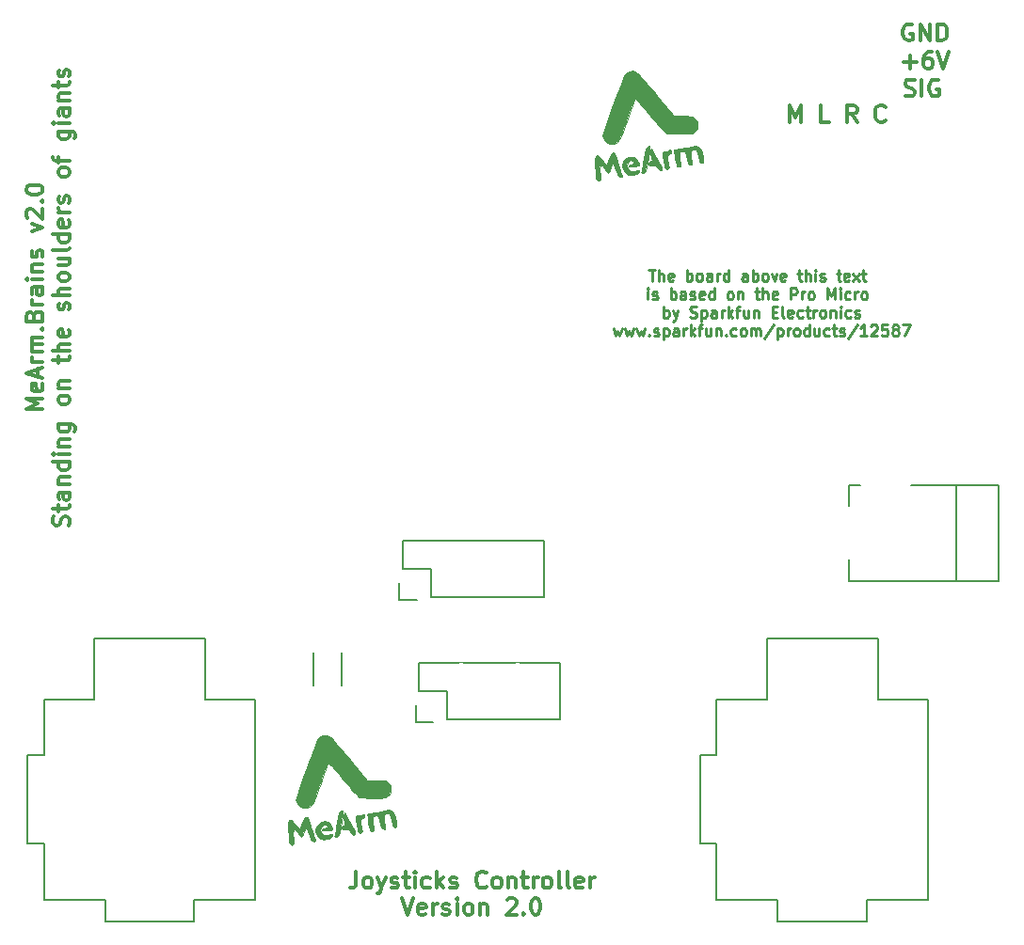
<source format=gto>
G04 #@! TF.FileFunction,Legend,Top*
%FSLAX46Y46*%
G04 Gerber Fmt 4.6, Leading zero omitted, Abs format (unit mm)*
G04 Created by KiCad (PCBNEW (2015-01-16 BZR 5376)-product) date 6/13/2016 5:18:32 PM*
%MOMM*%
G01*
G04 APERTURE LIST*
%ADD10C,0.100000*%
%ADD11C,0.300000*%
%ADD12C,0.250000*%
%ADD13C,0.150000*%
%ADD14C,3.000000*%
%ADD15C,2.000000*%
%ADD16R,2.000000X2.000000*%
%ADD17R,2.032000X1.727200*%
%ADD18O,2.032000X1.727200*%
%ADD19R,1.574800X2.286000*%
%ADD20O,1.574800X2.286000*%
%ADD21C,0.300000*%
%ADD22C,4.800600*%
%ADD23R,4.800600X4.800600*%
%ADD24C,2.600000*%
G04 APERTURE END LIST*
D10*
D11*
X173964286Y-81607143D02*
X174178572Y-81678571D01*
X174535715Y-81678571D01*
X174678572Y-81607143D01*
X174750001Y-81535714D01*
X174821429Y-81392857D01*
X174821429Y-81250000D01*
X174750001Y-81107143D01*
X174678572Y-81035714D01*
X174535715Y-80964286D01*
X174250001Y-80892857D01*
X174107143Y-80821429D01*
X174035715Y-80750000D01*
X173964286Y-80607143D01*
X173964286Y-80464286D01*
X174035715Y-80321429D01*
X174107143Y-80250000D01*
X174250001Y-80178571D01*
X174607143Y-80178571D01*
X174821429Y-80250000D01*
X175464286Y-81678571D02*
X175464286Y-80178571D01*
X176964286Y-80250000D02*
X176821429Y-80178571D01*
X176607143Y-80178571D01*
X176392858Y-80250000D01*
X176250000Y-80392857D01*
X176178572Y-80535714D01*
X176107143Y-80821429D01*
X176107143Y-81035714D01*
X176178572Y-81321429D01*
X176250000Y-81464286D01*
X176392858Y-81607143D01*
X176607143Y-81678571D01*
X176750000Y-81678571D01*
X176964286Y-81607143D01*
X177035715Y-81535714D01*
X177035715Y-81035714D01*
X176750000Y-81035714D01*
X173821429Y-78607143D02*
X174964286Y-78607143D01*
X174392857Y-79178571D02*
X174392857Y-78035714D01*
X176321429Y-77678571D02*
X176035715Y-77678571D01*
X175892858Y-77750000D01*
X175821429Y-77821429D01*
X175678572Y-78035714D01*
X175607143Y-78321429D01*
X175607143Y-78892857D01*
X175678572Y-79035714D01*
X175750000Y-79107143D01*
X175892858Y-79178571D01*
X176178572Y-79178571D01*
X176321429Y-79107143D01*
X176392858Y-79035714D01*
X176464286Y-78892857D01*
X176464286Y-78535714D01*
X176392858Y-78392857D01*
X176321429Y-78321429D01*
X176178572Y-78250000D01*
X175892858Y-78250000D01*
X175750000Y-78321429D01*
X175678572Y-78392857D01*
X175607143Y-78535714D01*
X176892857Y-77678571D02*
X177392857Y-79178571D01*
X177892857Y-77678571D01*
X174607143Y-75250000D02*
X174464286Y-75178571D01*
X174250000Y-75178571D01*
X174035715Y-75250000D01*
X173892857Y-75392857D01*
X173821429Y-75535714D01*
X173750000Y-75821429D01*
X173750000Y-76035714D01*
X173821429Y-76321429D01*
X173892857Y-76464286D01*
X174035715Y-76607143D01*
X174250000Y-76678571D01*
X174392857Y-76678571D01*
X174607143Y-76607143D01*
X174678572Y-76535714D01*
X174678572Y-76035714D01*
X174392857Y-76035714D01*
X175321429Y-76678571D02*
X175321429Y-75178571D01*
X176178572Y-76678571D01*
X176178572Y-75178571D01*
X176892858Y-76678571D02*
X176892858Y-75178571D01*
X177250001Y-75178571D01*
X177464286Y-75250000D01*
X177607144Y-75392857D01*
X177678572Y-75535714D01*
X177750001Y-75821429D01*
X177750001Y-76035714D01*
X177678572Y-76321429D01*
X177607144Y-76464286D01*
X177464286Y-76607143D01*
X177250001Y-76678571D01*
X176892858Y-76678571D01*
X172168286Y-83847714D02*
X172096857Y-83919143D01*
X171882571Y-83990571D01*
X171739714Y-83990571D01*
X171525429Y-83919143D01*
X171382571Y-83776286D01*
X171311143Y-83633429D01*
X171239714Y-83347714D01*
X171239714Y-83133429D01*
X171311143Y-82847714D01*
X171382571Y-82704857D01*
X171525429Y-82562000D01*
X171739714Y-82490571D01*
X171882571Y-82490571D01*
X172096857Y-82562000D01*
X172168286Y-82633429D01*
X169628286Y-83990571D02*
X169128286Y-83276286D01*
X168771143Y-83990571D02*
X168771143Y-82490571D01*
X169342571Y-82490571D01*
X169485429Y-82562000D01*
X169556857Y-82633429D01*
X169628286Y-82776286D01*
X169628286Y-82990571D01*
X169556857Y-83133429D01*
X169485429Y-83204857D01*
X169342571Y-83276286D01*
X168771143Y-83276286D01*
X167088286Y-83990571D02*
X166374000Y-83990571D01*
X166374000Y-82490571D01*
X163584000Y-83990571D02*
X163584000Y-82490571D01*
X164084000Y-83562000D01*
X164584000Y-82490571D01*
X164584000Y-83990571D01*
X96378571Y-109871428D02*
X94878571Y-109871428D01*
X95950000Y-109371428D01*
X94878571Y-108871428D01*
X96378571Y-108871428D01*
X96307143Y-107585714D02*
X96378571Y-107728571D01*
X96378571Y-108014285D01*
X96307143Y-108157142D01*
X96164286Y-108228571D01*
X95592857Y-108228571D01*
X95450000Y-108157142D01*
X95378571Y-108014285D01*
X95378571Y-107728571D01*
X95450000Y-107585714D01*
X95592857Y-107514285D01*
X95735714Y-107514285D01*
X95878571Y-108228571D01*
X95950000Y-106942857D02*
X95950000Y-106228571D01*
X96378571Y-107085714D02*
X94878571Y-106585714D01*
X96378571Y-106085714D01*
X96378571Y-105585714D02*
X95378571Y-105585714D01*
X95664286Y-105585714D02*
X95521429Y-105514286D01*
X95450000Y-105442857D01*
X95378571Y-105300000D01*
X95378571Y-105157143D01*
X96378571Y-104657143D02*
X95378571Y-104657143D01*
X95521429Y-104657143D02*
X95450000Y-104585715D01*
X95378571Y-104442857D01*
X95378571Y-104228572D01*
X95450000Y-104085715D01*
X95592857Y-104014286D01*
X96378571Y-104014286D01*
X95592857Y-104014286D02*
X95450000Y-103942857D01*
X95378571Y-103800000D01*
X95378571Y-103585715D01*
X95450000Y-103442857D01*
X95592857Y-103371429D01*
X96378571Y-103371429D01*
X96235714Y-102657143D02*
X96307143Y-102585715D01*
X96378571Y-102657143D01*
X96307143Y-102728572D01*
X96235714Y-102657143D01*
X96378571Y-102657143D01*
X95592857Y-101442857D02*
X95664286Y-101228571D01*
X95735714Y-101157143D01*
X95878571Y-101085714D01*
X96092857Y-101085714D01*
X96235714Y-101157143D01*
X96307143Y-101228571D01*
X96378571Y-101371429D01*
X96378571Y-101942857D01*
X94878571Y-101942857D01*
X94878571Y-101442857D01*
X94950000Y-101300000D01*
X95021429Y-101228571D01*
X95164286Y-101157143D01*
X95307143Y-101157143D01*
X95450000Y-101228571D01*
X95521429Y-101300000D01*
X95592857Y-101442857D01*
X95592857Y-101942857D01*
X96378571Y-100442857D02*
X95378571Y-100442857D01*
X95664286Y-100442857D02*
X95521429Y-100371429D01*
X95450000Y-100300000D01*
X95378571Y-100157143D01*
X95378571Y-100014286D01*
X96378571Y-98871429D02*
X95592857Y-98871429D01*
X95450000Y-98942858D01*
X95378571Y-99085715D01*
X95378571Y-99371429D01*
X95450000Y-99514286D01*
X96307143Y-98871429D02*
X96378571Y-99014286D01*
X96378571Y-99371429D01*
X96307143Y-99514286D01*
X96164286Y-99585715D01*
X96021429Y-99585715D01*
X95878571Y-99514286D01*
X95807143Y-99371429D01*
X95807143Y-99014286D01*
X95735714Y-98871429D01*
X96378571Y-98157143D02*
X95378571Y-98157143D01*
X94878571Y-98157143D02*
X94950000Y-98228572D01*
X95021429Y-98157143D01*
X94950000Y-98085715D01*
X94878571Y-98157143D01*
X95021429Y-98157143D01*
X95378571Y-97442857D02*
X96378571Y-97442857D01*
X95521429Y-97442857D02*
X95450000Y-97371429D01*
X95378571Y-97228571D01*
X95378571Y-97014286D01*
X95450000Y-96871429D01*
X95592857Y-96800000D01*
X96378571Y-96800000D01*
X96307143Y-96157143D02*
X96378571Y-96014286D01*
X96378571Y-95728571D01*
X96307143Y-95585714D01*
X96164286Y-95514286D01*
X96092857Y-95514286D01*
X95950000Y-95585714D01*
X95878571Y-95728571D01*
X95878571Y-95942857D01*
X95807143Y-96085714D01*
X95664286Y-96157143D01*
X95592857Y-96157143D01*
X95450000Y-96085714D01*
X95378571Y-95942857D01*
X95378571Y-95728571D01*
X95450000Y-95585714D01*
X95378571Y-93871428D02*
X96378571Y-93514285D01*
X95378571Y-93157143D01*
X95021429Y-92657143D02*
X94950000Y-92585714D01*
X94878571Y-92442857D01*
X94878571Y-92085714D01*
X94950000Y-91942857D01*
X95021429Y-91871428D01*
X95164286Y-91800000D01*
X95307143Y-91800000D01*
X95521429Y-91871428D01*
X96378571Y-92728571D01*
X96378571Y-91800000D01*
X96235714Y-91157143D02*
X96307143Y-91085715D01*
X96378571Y-91157143D01*
X96307143Y-91228572D01*
X96235714Y-91157143D01*
X96378571Y-91157143D01*
X94878571Y-90157143D02*
X94878571Y-90014286D01*
X94950000Y-89871429D01*
X95021429Y-89800000D01*
X95164286Y-89728571D01*
X95450000Y-89657143D01*
X95807143Y-89657143D01*
X96092857Y-89728571D01*
X96235714Y-89800000D01*
X96307143Y-89871429D01*
X96378571Y-90014286D01*
X96378571Y-90157143D01*
X96307143Y-90300000D01*
X96235714Y-90371429D01*
X96092857Y-90442857D01*
X95807143Y-90514286D01*
X95450000Y-90514286D01*
X95164286Y-90442857D01*
X95021429Y-90371429D01*
X94950000Y-90300000D01*
X94878571Y-90157143D01*
X98707143Y-120335715D02*
X98778571Y-120121429D01*
X98778571Y-119764286D01*
X98707143Y-119621429D01*
X98635714Y-119550000D01*
X98492857Y-119478572D01*
X98350000Y-119478572D01*
X98207143Y-119550000D01*
X98135714Y-119621429D01*
X98064286Y-119764286D01*
X97992857Y-120050000D01*
X97921429Y-120192858D01*
X97850000Y-120264286D01*
X97707143Y-120335715D01*
X97564286Y-120335715D01*
X97421429Y-120264286D01*
X97350000Y-120192858D01*
X97278571Y-120050000D01*
X97278571Y-119692858D01*
X97350000Y-119478572D01*
X97778571Y-119050001D02*
X97778571Y-118478572D01*
X97278571Y-118835715D02*
X98564286Y-118835715D01*
X98707143Y-118764287D01*
X98778571Y-118621429D01*
X98778571Y-118478572D01*
X98778571Y-117335715D02*
X97992857Y-117335715D01*
X97850000Y-117407144D01*
X97778571Y-117550001D01*
X97778571Y-117835715D01*
X97850000Y-117978572D01*
X98707143Y-117335715D02*
X98778571Y-117478572D01*
X98778571Y-117835715D01*
X98707143Y-117978572D01*
X98564286Y-118050001D01*
X98421429Y-118050001D01*
X98278571Y-117978572D01*
X98207143Y-117835715D01*
X98207143Y-117478572D01*
X98135714Y-117335715D01*
X97778571Y-116621429D02*
X98778571Y-116621429D01*
X97921429Y-116621429D02*
X97850000Y-116550001D01*
X97778571Y-116407143D01*
X97778571Y-116192858D01*
X97850000Y-116050001D01*
X97992857Y-115978572D01*
X98778571Y-115978572D01*
X98778571Y-114621429D02*
X97278571Y-114621429D01*
X98707143Y-114621429D02*
X98778571Y-114764286D01*
X98778571Y-115050000D01*
X98707143Y-115192858D01*
X98635714Y-115264286D01*
X98492857Y-115335715D01*
X98064286Y-115335715D01*
X97921429Y-115264286D01*
X97850000Y-115192858D01*
X97778571Y-115050000D01*
X97778571Y-114764286D01*
X97850000Y-114621429D01*
X98778571Y-113907143D02*
X97778571Y-113907143D01*
X97278571Y-113907143D02*
X97350000Y-113978572D01*
X97421429Y-113907143D01*
X97350000Y-113835715D01*
X97278571Y-113907143D01*
X97421429Y-113907143D01*
X97778571Y-113192857D02*
X98778571Y-113192857D01*
X97921429Y-113192857D02*
X97850000Y-113121429D01*
X97778571Y-112978571D01*
X97778571Y-112764286D01*
X97850000Y-112621429D01*
X97992857Y-112550000D01*
X98778571Y-112550000D01*
X97778571Y-111192857D02*
X98992857Y-111192857D01*
X99135714Y-111264286D01*
X99207143Y-111335714D01*
X99278571Y-111478571D01*
X99278571Y-111692857D01*
X99207143Y-111835714D01*
X98707143Y-111192857D02*
X98778571Y-111335714D01*
X98778571Y-111621428D01*
X98707143Y-111764286D01*
X98635714Y-111835714D01*
X98492857Y-111907143D01*
X98064286Y-111907143D01*
X97921429Y-111835714D01*
X97850000Y-111764286D01*
X97778571Y-111621428D01*
X97778571Y-111335714D01*
X97850000Y-111192857D01*
X98778571Y-109121428D02*
X98707143Y-109264286D01*
X98635714Y-109335714D01*
X98492857Y-109407143D01*
X98064286Y-109407143D01*
X97921429Y-109335714D01*
X97850000Y-109264286D01*
X97778571Y-109121428D01*
X97778571Y-108907143D01*
X97850000Y-108764286D01*
X97921429Y-108692857D01*
X98064286Y-108621428D01*
X98492857Y-108621428D01*
X98635714Y-108692857D01*
X98707143Y-108764286D01*
X98778571Y-108907143D01*
X98778571Y-109121428D01*
X97778571Y-107978571D02*
X98778571Y-107978571D01*
X97921429Y-107978571D02*
X97850000Y-107907143D01*
X97778571Y-107764285D01*
X97778571Y-107550000D01*
X97850000Y-107407143D01*
X97992857Y-107335714D01*
X98778571Y-107335714D01*
X97778571Y-105692857D02*
X97778571Y-105121428D01*
X97278571Y-105478571D02*
X98564286Y-105478571D01*
X98707143Y-105407143D01*
X98778571Y-105264285D01*
X98778571Y-105121428D01*
X98778571Y-104621428D02*
X97278571Y-104621428D01*
X98778571Y-103978571D02*
X97992857Y-103978571D01*
X97850000Y-104050000D01*
X97778571Y-104192857D01*
X97778571Y-104407142D01*
X97850000Y-104550000D01*
X97921429Y-104621428D01*
X98707143Y-102692857D02*
X98778571Y-102835714D01*
X98778571Y-103121428D01*
X98707143Y-103264285D01*
X98564286Y-103335714D01*
X97992857Y-103335714D01*
X97850000Y-103264285D01*
X97778571Y-103121428D01*
X97778571Y-102835714D01*
X97850000Y-102692857D01*
X97992857Y-102621428D01*
X98135714Y-102621428D01*
X98278571Y-103335714D01*
X98707143Y-100907143D02*
X98778571Y-100764286D01*
X98778571Y-100478571D01*
X98707143Y-100335714D01*
X98564286Y-100264286D01*
X98492857Y-100264286D01*
X98350000Y-100335714D01*
X98278571Y-100478571D01*
X98278571Y-100692857D01*
X98207143Y-100835714D01*
X98064286Y-100907143D01*
X97992857Y-100907143D01*
X97850000Y-100835714D01*
X97778571Y-100692857D01*
X97778571Y-100478571D01*
X97850000Y-100335714D01*
X98778571Y-99621428D02*
X97278571Y-99621428D01*
X98778571Y-98978571D02*
X97992857Y-98978571D01*
X97850000Y-99050000D01*
X97778571Y-99192857D01*
X97778571Y-99407142D01*
X97850000Y-99550000D01*
X97921429Y-99621428D01*
X98778571Y-98049999D02*
X98707143Y-98192857D01*
X98635714Y-98264285D01*
X98492857Y-98335714D01*
X98064286Y-98335714D01*
X97921429Y-98264285D01*
X97850000Y-98192857D01*
X97778571Y-98049999D01*
X97778571Y-97835714D01*
X97850000Y-97692857D01*
X97921429Y-97621428D01*
X98064286Y-97549999D01*
X98492857Y-97549999D01*
X98635714Y-97621428D01*
X98707143Y-97692857D01*
X98778571Y-97835714D01*
X98778571Y-98049999D01*
X97778571Y-96264285D02*
X98778571Y-96264285D01*
X97778571Y-96907142D02*
X98564286Y-96907142D01*
X98707143Y-96835714D01*
X98778571Y-96692856D01*
X98778571Y-96478571D01*
X98707143Y-96335714D01*
X98635714Y-96264285D01*
X98778571Y-95335713D02*
X98707143Y-95478571D01*
X98564286Y-95549999D01*
X97278571Y-95549999D01*
X98778571Y-94121428D02*
X97278571Y-94121428D01*
X98707143Y-94121428D02*
X98778571Y-94264285D01*
X98778571Y-94549999D01*
X98707143Y-94692857D01*
X98635714Y-94764285D01*
X98492857Y-94835714D01*
X98064286Y-94835714D01*
X97921429Y-94764285D01*
X97850000Y-94692857D01*
X97778571Y-94549999D01*
X97778571Y-94264285D01*
X97850000Y-94121428D01*
X98707143Y-92835714D02*
X98778571Y-92978571D01*
X98778571Y-93264285D01*
X98707143Y-93407142D01*
X98564286Y-93478571D01*
X97992857Y-93478571D01*
X97850000Y-93407142D01*
X97778571Y-93264285D01*
X97778571Y-92978571D01*
X97850000Y-92835714D01*
X97992857Y-92764285D01*
X98135714Y-92764285D01*
X98278571Y-93478571D01*
X98778571Y-92121428D02*
X97778571Y-92121428D01*
X98064286Y-92121428D02*
X97921429Y-92050000D01*
X97850000Y-91978571D01*
X97778571Y-91835714D01*
X97778571Y-91692857D01*
X98707143Y-91264286D02*
X98778571Y-91121429D01*
X98778571Y-90835714D01*
X98707143Y-90692857D01*
X98564286Y-90621429D01*
X98492857Y-90621429D01*
X98350000Y-90692857D01*
X98278571Y-90835714D01*
X98278571Y-91050000D01*
X98207143Y-91192857D01*
X98064286Y-91264286D01*
X97992857Y-91264286D01*
X97850000Y-91192857D01*
X97778571Y-91050000D01*
X97778571Y-90835714D01*
X97850000Y-90692857D01*
X98778571Y-88621428D02*
X98707143Y-88764286D01*
X98635714Y-88835714D01*
X98492857Y-88907143D01*
X98064286Y-88907143D01*
X97921429Y-88835714D01*
X97850000Y-88764286D01*
X97778571Y-88621428D01*
X97778571Y-88407143D01*
X97850000Y-88264286D01*
X97921429Y-88192857D01*
X98064286Y-88121428D01*
X98492857Y-88121428D01*
X98635714Y-88192857D01*
X98707143Y-88264286D01*
X98778571Y-88407143D01*
X98778571Y-88621428D01*
X97778571Y-87692857D02*
X97778571Y-87121428D01*
X98778571Y-87478571D02*
X97492857Y-87478571D01*
X97350000Y-87407143D01*
X97278571Y-87264285D01*
X97278571Y-87121428D01*
X97778571Y-84835714D02*
X98992857Y-84835714D01*
X99135714Y-84907143D01*
X99207143Y-84978571D01*
X99278571Y-85121428D01*
X99278571Y-85335714D01*
X99207143Y-85478571D01*
X98707143Y-84835714D02*
X98778571Y-84978571D01*
X98778571Y-85264285D01*
X98707143Y-85407143D01*
X98635714Y-85478571D01*
X98492857Y-85550000D01*
X98064286Y-85550000D01*
X97921429Y-85478571D01*
X97850000Y-85407143D01*
X97778571Y-85264285D01*
X97778571Y-84978571D01*
X97850000Y-84835714D01*
X98778571Y-84121428D02*
X97778571Y-84121428D01*
X97278571Y-84121428D02*
X97350000Y-84192857D01*
X97421429Y-84121428D01*
X97350000Y-84050000D01*
X97278571Y-84121428D01*
X97421429Y-84121428D01*
X98778571Y-82764285D02*
X97992857Y-82764285D01*
X97850000Y-82835714D01*
X97778571Y-82978571D01*
X97778571Y-83264285D01*
X97850000Y-83407142D01*
X98707143Y-82764285D02*
X98778571Y-82907142D01*
X98778571Y-83264285D01*
X98707143Y-83407142D01*
X98564286Y-83478571D01*
X98421429Y-83478571D01*
X98278571Y-83407142D01*
X98207143Y-83264285D01*
X98207143Y-82907142D01*
X98135714Y-82764285D01*
X97778571Y-82049999D02*
X98778571Y-82049999D01*
X97921429Y-82049999D02*
X97850000Y-81978571D01*
X97778571Y-81835713D01*
X97778571Y-81621428D01*
X97850000Y-81478571D01*
X97992857Y-81407142D01*
X98778571Y-81407142D01*
X97778571Y-80907142D02*
X97778571Y-80335713D01*
X97278571Y-80692856D02*
X98564286Y-80692856D01*
X98707143Y-80621428D01*
X98778571Y-80478570D01*
X98778571Y-80335713D01*
X98707143Y-79907142D02*
X98778571Y-79764285D01*
X98778571Y-79478570D01*
X98707143Y-79335713D01*
X98564286Y-79264285D01*
X98492857Y-79264285D01*
X98350000Y-79335713D01*
X98278571Y-79478570D01*
X98278571Y-79692856D01*
X98207143Y-79835713D01*
X98064286Y-79907142D01*
X97992857Y-79907142D01*
X97850000Y-79835713D01*
X97778571Y-79692856D01*
X97778571Y-79478570D01*
X97850000Y-79335713D01*
D12*
X150893141Y-97307381D02*
X151464570Y-97307381D01*
X151178855Y-98307381D02*
X151178855Y-97307381D01*
X151797903Y-98307381D02*
X151797903Y-97307381D01*
X152226475Y-98307381D02*
X152226475Y-97783571D01*
X152178856Y-97688333D01*
X152083618Y-97640714D01*
X151940760Y-97640714D01*
X151845522Y-97688333D01*
X151797903Y-97735952D01*
X153083618Y-98259762D02*
X152988380Y-98307381D01*
X152797903Y-98307381D01*
X152702665Y-98259762D01*
X152655046Y-98164524D01*
X152655046Y-97783571D01*
X152702665Y-97688333D01*
X152797903Y-97640714D01*
X152988380Y-97640714D01*
X153083618Y-97688333D01*
X153131237Y-97783571D01*
X153131237Y-97878810D01*
X152655046Y-97974048D01*
X154321713Y-98307381D02*
X154321713Y-97307381D01*
X154321713Y-97688333D02*
X154416951Y-97640714D01*
X154607428Y-97640714D01*
X154702666Y-97688333D01*
X154750285Y-97735952D01*
X154797904Y-97831190D01*
X154797904Y-98116905D01*
X154750285Y-98212143D01*
X154702666Y-98259762D01*
X154607428Y-98307381D01*
X154416951Y-98307381D01*
X154321713Y-98259762D01*
X155369332Y-98307381D02*
X155274094Y-98259762D01*
X155226475Y-98212143D01*
X155178856Y-98116905D01*
X155178856Y-97831190D01*
X155226475Y-97735952D01*
X155274094Y-97688333D01*
X155369332Y-97640714D01*
X155512190Y-97640714D01*
X155607428Y-97688333D01*
X155655047Y-97735952D01*
X155702666Y-97831190D01*
X155702666Y-98116905D01*
X155655047Y-98212143D01*
X155607428Y-98259762D01*
X155512190Y-98307381D01*
X155369332Y-98307381D01*
X156559809Y-98307381D02*
X156559809Y-97783571D01*
X156512190Y-97688333D01*
X156416952Y-97640714D01*
X156226475Y-97640714D01*
X156131237Y-97688333D01*
X156559809Y-98259762D02*
X156464571Y-98307381D01*
X156226475Y-98307381D01*
X156131237Y-98259762D01*
X156083618Y-98164524D01*
X156083618Y-98069286D01*
X156131237Y-97974048D01*
X156226475Y-97926429D01*
X156464571Y-97926429D01*
X156559809Y-97878810D01*
X157035999Y-98307381D02*
X157035999Y-97640714D01*
X157035999Y-97831190D02*
X157083618Y-97735952D01*
X157131237Y-97688333D01*
X157226475Y-97640714D01*
X157321714Y-97640714D01*
X158083619Y-98307381D02*
X158083619Y-97307381D01*
X158083619Y-98259762D02*
X157988381Y-98307381D01*
X157797904Y-98307381D01*
X157702666Y-98259762D01*
X157655047Y-98212143D01*
X157607428Y-98116905D01*
X157607428Y-97831190D01*
X157655047Y-97735952D01*
X157702666Y-97688333D01*
X157797904Y-97640714D01*
X157988381Y-97640714D01*
X158083619Y-97688333D01*
X159750286Y-98307381D02*
X159750286Y-97783571D01*
X159702667Y-97688333D01*
X159607429Y-97640714D01*
X159416952Y-97640714D01*
X159321714Y-97688333D01*
X159750286Y-98259762D02*
X159655048Y-98307381D01*
X159416952Y-98307381D01*
X159321714Y-98259762D01*
X159274095Y-98164524D01*
X159274095Y-98069286D01*
X159321714Y-97974048D01*
X159416952Y-97926429D01*
X159655048Y-97926429D01*
X159750286Y-97878810D01*
X160226476Y-98307381D02*
X160226476Y-97307381D01*
X160226476Y-97688333D02*
X160321714Y-97640714D01*
X160512191Y-97640714D01*
X160607429Y-97688333D01*
X160655048Y-97735952D01*
X160702667Y-97831190D01*
X160702667Y-98116905D01*
X160655048Y-98212143D01*
X160607429Y-98259762D01*
X160512191Y-98307381D01*
X160321714Y-98307381D01*
X160226476Y-98259762D01*
X161274095Y-98307381D02*
X161178857Y-98259762D01*
X161131238Y-98212143D01*
X161083619Y-98116905D01*
X161083619Y-97831190D01*
X161131238Y-97735952D01*
X161178857Y-97688333D01*
X161274095Y-97640714D01*
X161416953Y-97640714D01*
X161512191Y-97688333D01*
X161559810Y-97735952D01*
X161607429Y-97831190D01*
X161607429Y-98116905D01*
X161559810Y-98212143D01*
X161512191Y-98259762D01*
X161416953Y-98307381D01*
X161274095Y-98307381D01*
X161940762Y-97640714D02*
X162178857Y-98307381D01*
X162416953Y-97640714D01*
X163178858Y-98259762D02*
X163083620Y-98307381D01*
X162893143Y-98307381D01*
X162797905Y-98259762D01*
X162750286Y-98164524D01*
X162750286Y-97783571D01*
X162797905Y-97688333D01*
X162893143Y-97640714D01*
X163083620Y-97640714D01*
X163178858Y-97688333D01*
X163226477Y-97783571D01*
X163226477Y-97878810D01*
X162750286Y-97974048D01*
X164274096Y-97640714D02*
X164655048Y-97640714D01*
X164416953Y-97307381D02*
X164416953Y-98164524D01*
X164464572Y-98259762D01*
X164559810Y-98307381D01*
X164655048Y-98307381D01*
X164988382Y-98307381D02*
X164988382Y-97307381D01*
X165416954Y-98307381D02*
X165416954Y-97783571D01*
X165369335Y-97688333D01*
X165274097Y-97640714D01*
X165131239Y-97640714D01*
X165036001Y-97688333D01*
X164988382Y-97735952D01*
X165893144Y-98307381D02*
X165893144Y-97640714D01*
X165893144Y-97307381D02*
X165845525Y-97355000D01*
X165893144Y-97402619D01*
X165940763Y-97355000D01*
X165893144Y-97307381D01*
X165893144Y-97402619D01*
X166321715Y-98259762D02*
X166416953Y-98307381D01*
X166607429Y-98307381D01*
X166702668Y-98259762D01*
X166750287Y-98164524D01*
X166750287Y-98116905D01*
X166702668Y-98021667D01*
X166607429Y-97974048D01*
X166464572Y-97974048D01*
X166369334Y-97926429D01*
X166321715Y-97831190D01*
X166321715Y-97783571D01*
X166369334Y-97688333D01*
X166464572Y-97640714D01*
X166607429Y-97640714D01*
X166702668Y-97688333D01*
X167797906Y-97640714D02*
X168178858Y-97640714D01*
X167940763Y-97307381D02*
X167940763Y-98164524D01*
X167988382Y-98259762D01*
X168083620Y-98307381D01*
X168178858Y-98307381D01*
X168893145Y-98259762D02*
X168797907Y-98307381D01*
X168607430Y-98307381D01*
X168512192Y-98259762D01*
X168464573Y-98164524D01*
X168464573Y-97783571D01*
X168512192Y-97688333D01*
X168607430Y-97640714D01*
X168797907Y-97640714D01*
X168893145Y-97688333D01*
X168940764Y-97783571D01*
X168940764Y-97878810D01*
X168464573Y-97974048D01*
X169274097Y-98307381D02*
X169797907Y-97640714D01*
X169274097Y-97640714D02*
X169797907Y-98307381D01*
X170036002Y-97640714D02*
X170416954Y-97640714D01*
X170178859Y-97307381D02*
X170178859Y-98164524D01*
X170226478Y-98259762D01*
X170321716Y-98307381D01*
X170416954Y-98307381D01*
X150821713Y-99957381D02*
X150821713Y-99290714D01*
X150821713Y-98957381D02*
X150774094Y-99005000D01*
X150821713Y-99052619D01*
X150869332Y-99005000D01*
X150821713Y-98957381D01*
X150821713Y-99052619D01*
X151250284Y-99909762D02*
X151345522Y-99957381D01*
X151535998Y-99957381D01*
X151631237Y-99909762D01*
X151678856Y-99814524D01*
X151678856Y-99766905D01*
X151631237Y-99671667D01*
X151535998Y-99624048D01*
X151393141Y-99624048D01*
X151297903Y-99576429D01*
X151250284Y-99481190D01*
X151250284Y-99433571D01*
X151297903Y-99338333D01*
X151393141Y-99290714D01*
X151535998Y-99290714D01*
X151631237Y-99338333D01*
X152869332Y-99957381D02*
X152869332Y-98957381D01*
X152869332Y-99338333D02*
X152964570Y-99290714D01*
X153155047Y-99290714D01*
X153250285Y-99338333D01*
X153297904Y-99385952D01*
X153345523Y-99481190D01*
X153345523Y-99766905D01*
X153297904Y-99862143D01*
X153250285Y-99909762D01*
X153155047Y-99957381D01*
X152964570Y-99957381D01*
X152869332Y-99909762D01*
X154202666Y-99957381D02*
X154202666Y-99433571D01*
X154155047Y-99338333D01*
X154059809Y-99290714D01*
X153869332Y-99290714D01*
X153774094Y-99338333D01*
X154202666Y-99909762D02*
X154107428Y-99957381D01*
X153869332Y-99957381D01*
X153774094Y-99909762D01*
X153726475Y-99814524D01*
X153726475Y-99719286D01*
X153774094Y-99624048D01*
X153869332Y-99576429D01*
X154107428Y-99576429D01*
X154202666Y-99528810D01*
X154631237Y-99909762D02*
X154726475Y-99957381D01*
X154916951Y-99957381D01*
X155012190Y-99909762D01*
X155059809Y-99814524D01*
X155059809Y-99766905D01*
X155012190Y-99671667D01*
X154916951Y-99624048D01*
X154774094Y-99624048D01*
X154678856Y-99576429D01*
X154631237Y-99481190D01*
X154631237Y-99433571D01*
X154678856Y-99338333D01*
X154774094Y-99290714D01*
X154916951Y-99290714D01*
X155012190Y-99338333D01*
X155869333Y-99909762D02*
X155774095Y-99957381D01*
X155583618Y-99957381D01*
X155488380Y-99909762D01*
X155440761Y-99814524D01*
X155440761Y-99433571D01*
X155488380Y-99338333D01*
X155583618Y-99290714D01*
X155774095Y-99290714D01*
X155869333Y-99338333D01*
X155916952Y-99433571D01*
X155916952Y-99528810D01*
X155440761Y-99624048D01*
X156774095Y-99957381D02*
X156774095Y-98957381D01*
X156774095Y-99909762D02*
X156678857Y-99957381D01*
X156488380Y-99957381D01*
X156393142Y-99909762D01*
X156345523Y-99862143D01*
X156297904Y-99766905D01*
X156297904Y-99481190D01*
X156345523Y-99385952D01*
X156393142Y-99338333D01*
X156488380Y-99290714D01*
X156678857Y-99290714D01*
X156774095Y-99338333D01*
X158155047Y-99957381D02*
X158059809Y-99909762D01*
X158012190Y-99862143D01*
X157964571Y-99766905D01*
X157964571Y-99481190D01*
X158012190Y-99385952D01*
X158059809Y-99338333D01*
X158155047Y-99290714D01*
X158297905Y-99290714D01*
X158393143Y-99338333D01*
X158440762Y-99385952D01*
X158488381Y-99481190D01*
X158488381Y-99766905D01*
X158440762Y-99862143D01*
X158393143Y-99909762D01*
X158297905Y-99957381D01*
X158155047Y-99957381D01*
X158916952Y-99290714D02*
X158916952Y-99957381D01*
X158916952Y-99385952D02*
X158964571Y-99338333D01*
X159059809Y-99290714D01*
X159202667Y-99290714D01*
X159297905Y-99338333D01*
X159345524Y-99433571D01*
X159345524Y-99957381D01*
X160440762Y-99290714D02*
X160821714Y-99290714D01*
X160583619Y-98957381D02*
X160583619Y-99814524D01*
X160631238Y-99909762D01*
X160726476Y-99957381D01*
X160821714Y-99957381D01*
X161155048Y-99957381D02*
X161155048Y-98957381D01*
X161583620Y-99957381D02*
X161583620Y-99433571D01*
X161536001Y-99338333D01*
X161440763Y-99290714D01*
X161297905Y-99290714D01*
X161202667Y-99338333D01*
X161155048Y-99385952D01*
X162440763Y-99909762D02*
X162345525Y-99957381D01*
X162155048Y-99957381D01*
X162059810Y-99909762D01*
X162012191Y-99814524D01*
X162012191Y-99433571D01*
X162059810Y-99338333D01*
X162155048Y-99290714D01*
X162345525Y-99290714D01*
X162440763Y-99338333D01*
X162488382Y-99433571D01*
X162488382Y-99528810D01*
X162012191Y-99624048D01*
X163678858Y-99957381D02*
X163678858Y-98957381D01*
X164059811Y-98957381D01*
X164155049Y-99005000D01*
X164202668Y-99052619D01*
X164250287Y-99147857D01*
X164250287Y-99290714D01*
X164202668Y-99385952D01*
X164155049Y-99433571D01*
X164059811Y-99481190D01*
X163678858Y-99481190D01*
X164678858Y-99957381D02*
X164678858Y-99290714D01*
X164678858Y-99481190D02*
X164726477Y-99385952D01*
X164774096Y-99338333D01*
X164869334Y-99290714D01*
X164964573Y-99290714D01*
X165440763Y-99957381D02*
X165345525Y-99909762D01*
X165297906Y-99862143D01*
X165250287Y-99766905D01*
X165250287Y-99481190D01*
X165297906Y-99385952D01*
X165345525Y-99338333D01*
X165440763Y-99290714D01*
X165583621Y-99290714D01*
X165678859Y-99338333D01*
X165726478Y-99385952D01*
X165774097Y-99481190D01*
X165774097Y-99766905D01*
X165726478Y-99862143D01*
X165678859Y-99909762D01*
X165583621Y-99957381D01*
X165440763Y-99957381D01*
X166964573Y-99957381D02*
X166964573Y-98957381D01*
X167297907Y-99671667D01*
X167631240Y-98957381D01*
X167631240Y-99957381D01*
X168107430Y-99957381D02*
X168107430Y-99290714D01*
X168107430Y-98957381D02*
X168059811Y-99005000D01*
X168107430Y-99052619D01*
X168155049Y-99005000D01*
X168107430Y-98957381D01*
X168107430Y-99052619D01*
X169012192Y-99909762D02*
X168916954Y-99957381D01*
X168726477Y-99957381D01*
X168631239Y-99909762D01*
X168583620Y-99862143D01*
X168536001Y-99766905D01*
X168536001Y-99481190D01*
X168583620Y-99385952D01*
X168631239Y-99338333D01*
X168726477Y-99290714D01*
X168916954Y-99290714D01*
X169012192Y-99338333D01*
X169440763Y-99957381D02*
X169440763Y-99290714D01*
X169440763Y-99481190D02*
X169488382Y-99385952D01*
X169536001Y-99338333D01*
X169631239Y-99290714D01*
X169726478Y-99290714D01*
X170202668Y-99957381D02*
X170107430Y-99909762D01*
X170059811Y-99862143D01*
X170012192Y-99766905D01*
X170012192Y-99481190D01*
X170059811Y-99385952D01*
X170107430Y-99338333D01*
X170202668Y-99290714D01*
X170345526Y-99290714D01*
X170440764Y-99338333D01*
X170488383Y-99385952D01*
X170536002Y-99481190D01*
X170536002Y-99766905D01*
X170488383Y-99862143D01*
X170440764Y-99909762D01*
X170345526Y-99957381D01*
X170202668Y-99957381D01*
X152250284Y-101607381D02*
X152250284Y-100607381D01*
X152250284Y-100988333D02*
X152345522Y-100940714D01*
X152535999Y-100940714D01*
X152631237Y-100988333D01*
X152678856Y-101035952D01*
X152726475Y-101131190D01*
X152726475Y-101416905D01*
X152678856Y-101512143D01*
X152631237Y-101559762D01*
X152535999Y-101607381D01*
X152345522Y-101607381D01*
X152250284Y-101559762D01*
X153059808Y-100940714D02*
X153297903Y-101607381D01*
X153535999Y-100940714D02*
X153297903Y-101607381D01*
X153202665Y-101845476D01*
X153155046Y-101893095D01*
X153059808Y-101940714D01*
X154631237Y-101559762D02*
X154774094Y-101607381D01*
X155012190Y-101607381D01*
X155107428Y-101559762D01*
X155155047Y-101512143D01*
X155202666Y-101416905D01*
X155202666Y-101321667D01*
X155155047Y-101226429D01*
X155107428Y-101178810D01*
X155012190Y-101131190D01*
X154821713Y-101083571D01*
X154726475Y-101035952D01*
X154678856Y-100988333D01*
X154631237Y-100893095D01*
X154631237Y-100797857D01*
X154678856Y-100702619D01*
X154726475Y-100655000D01*
X154821713Y-100607381D01*
X155059809Y-100607381D01*
X155202666Y-100655000D01*
X155631237Y-100940714D02*
X155631237Y-101940714D01*
X155631237Y-100988333D02*
X155726475Y-100940714D01*
X155916952Y-100940714D01*
X156012190Y-100988333D01*
X156059809Y-101035952D01*
X156107428Y-101131190D01*
X156107428Y-101416905D01*
X156059809Y-101512143D01*
X156012190Y-101559762D01*
X155916952Y-101607381D01*
X155726475Y-101607381D01*
X155631237Y-101559762D01*
X156964571Y-101607381D02*
X156964571Y-101083571D01*
X156916952Y-100988333D01*
X156821714Y-100940714D01*
X156631237Y-100940714D01*
X156535999Y-100988333D01*
X156964571Y-101559762D02*
X156869333Y-101607381D01*
X156631237Y-101607381D01*
X156535999Y-101559762D01*
X156488380Y-101464524D01*
X156488380Y-101369286D01*
X156535999Y-101274048D01*
X156631237Y-101226429D01*
X156869333Y-101226429D01*
X156964571Y-101178810D01*
X157440761Y-101607381D02*
X157440761Y-100940714D01*
X157440761Y-101131190D02*
X157488380Y-101035952D01*
X157535999Y-100988333D01*
X157631237Y-100940714D01*
X157726476Y-100940714D01*
X158059809Y-101607381D02*
X158059809Y-100607381D01*
X158155047Y-101226429D02*
X158440762Y-101607381D01*
X158440762Y-100940714D02*
X158059809Y-101321667D01*
X158726476Y-100940714D02*
X159107428Y-100940714D01*
X158869333Y-101607381D02*
X158869333Y-100750238D01*
X158916952Y-100655000D01*
X159012190Y-100607381D01*
X159107428Y-100607381D01*
X159869334Y-100940714D02*
X159869334Y-101607381D01*
X159440762Y-100940714D02*
X159440762Y-101464524D01*
X159488381Y-101559762D01*
X159583619Y-101607381D01*
X159726477Y-101607381D01*
X159821715Y-101559762D01*
X159869334Y-101512143D01*
X160345524Y-100940714D02*
X160345524Y-101607381D01*
X160345524Y-101035952D02*
X160393143Y-100988333D01*
X160488381Y-100940714D01*
X160631239Y-100940714D01*
X160726477Y-100988333D01*
X160774096Y-101083571D01*
X160774096Y-101607381D01*
X162012191Y-101083571D02*
X162345525Y-101083571D01*
X162488382Y-101607381D02*
X162012191Y-101607381D01*
X162012191Y-100607381D01*
X162488382Y-100607381D01*
X163059810Y-101607381D02*
X162964572Y-101559762D01*
X162916953Y-101464524D01*
X162916953Y-100607381D01*
X163821716Y-101559762D02*
X163726478Y-101607381D01*
X163536001Y-101607381D01*
X163440763Y-101559762D01*
X163393144Y-101464524D01*
X163393144Y-101083571D01*
X163440763Y-100988333D01*
X163536001Y-100940714D01*
X163726478Y-100940714D01*
X163821716Y-100988333D01*
X163869335Y-101083571D01*
X163869335Y-101178810D01*
X163393144Y-101274048D01*
X164726478Y-101559762D02*
X164631240Y-101607381D01*
X164440763Y-101607381D01*
X164345525Y-101559762D01*
X164297906Y-101512143D01*
X164250287Y-101416905D01*
X164250287Y-101131190D01*
X164297906Y-101035952D01*
X164345525Y-100988333D01*
X164440763Y-100940714D01*
X164631240Y-100940714D01*
X164726478Y-100988333D01*
X165012192Y-100940714D02*
X165393144Y-100940714D01*
X165155049Y-100607381D02*
X165155049Y-101464524D01*
X165202668Y-101559762D01*
X165297906Y-101607381D01*
X165393144Y-101607381D01*
X165726478Y-101607381D02*
X165726478Y-100940714D01*
X165726478Y-101131190D02*
X165774097Y-101035952D01*
X165821716Y-100988333D01*
X165916954Y-100940714D01*
X166012193Y-100940714D01*
X166488383Y-101607381D02*
X166393145Y-101559762D01*
X166345526Y-101512143D01*
X166297907Y-101416905D01*
X166297907Y-101131190D01*
X166345526Y-101035952D01*
X166393145Y-100988333D01*
X166488383Y-100940714D01*
X166631241Y-100940714D01*
X166726479Y-100988333D01*
X166774098Y-101035952D01*
X166821717Y-101131190D01*
X166821717Y-101416905D01*
X166774098Y-101512143D01*
X166726479Y-101559762D01*
X166631241Y-101607381D01*
X166488383Y-101607381D01*
X167250288Y-100940714D02*
X167250288Y-101607381D01*
X167250288Y-101035952D02*
X167297907Y-100988333D01*
X167393145Y-100940714D01*
X167536003Y-100940714D01*
X167631241Y-100988333D01*
X167678860Y-101083571D01*
X167678860Y-101607381D01*
X168155050Y-101607381D02*
X168155050Y-100940714D01*
X168155050Y-100607381D02*
X168107431Y-100655000D01*
X168155050Y-100702619D01*
X168202669Y-100655000D01*
X168155050Y-100607381D01*
X168155050Y-100702619D01*
X169059812Y-101559762D02*
X168964574Y-101607381D01*
X168774097Y-101607381D01*
X168678859Y-101559762D01*
X168631240Y-101512143D01*
X168583621Y-101416905D01*
X168583621Y-101131190D01*
X168631240Y-101035952D01*
X168678859Y-100988333D01*
X168774097Y-100940714D01*
X168964574Y-100940714D01*
X169059812Y-100988333D01*
X169440764Y-101559762D02*
X169536002Y-101607381D01*
X169726478Y-101607381D01*
X169821717Y-101559762D01*
X169869336Y-101464524D01*
X169869336Y-101416905D01*
X169821717Y-101321667D01*
X169726478Y-101274048D01*
X169583621Y-101274048D01*
X169488383Y-101226429D01*
X169440764Y-101131190D01*
X169440764Y-101083571D01*
X169488383Y-100988333D01*
X169583621Y-100940714D01*
X169726478Y-100940714D01*
X169821717Y-100988333D01*
X147702666Y-102590714D02*
X147893142Y-103257381D01*
X148083619Y-102781190D01*
X148274095Y-103257381D01*
X148464571Y-102590714D01*
X148750285Y-102590714D02*
X148940761Y-103257381D01*
X149131238Y-102781190D01*
X149321714Y-103257381D01*
X149512190Y-102590714D01*
X149797904Y-102590714D02*
X149988380Y-103257381D01*
X150178857Y-102781190D01*
X150369333Y-103257381D01*
X150559809Y-102590714D01*
X150940761Y-103162143D02*
X150988380Y-103209762D01*
X150940761Y-103257381D01*
X150893142Y-103209762D01*
X150940761Y-103162143D01*
X150940761Y-103257381D01*
X151369332Y-103209762D02*
X151464570Y-103257381D01*
X151655046Y-103257381D01*
X151750285Y-103209762D01*
X151797904Y-103114524D01*
X151797904Y-103066905D01*
X151750285Y-102971667D01*
X151655046Y-102924048D01*
X151512189Y-102924048D01*
X151416951Y-102876429D01*
X151369332Y-102781190D01*
X151369332Y-102733571D01*
X151416951Y-102638333D01*
X151512189Y-102590714D01*
X151655046Y-102590714D01*
X151750285Y-102638333D01*
X152226475Y-102590714D02*
X152226475Y-103590714D01*
X152226475Y-102638333D02*
X152321713Y-102590714D01*
X152512190Y-102590714D01*
X152607428Y-102638333D01*
X152655047Y-102685952D01*
X152702666Y-102781190D01*
X152702666Y-103066905D01*
X152655047Y-103162143D01*
X152607428Y-103209762D01*
X152512190Y-103257381D01*
X152321713Y-103257381D01*
X152226475Y-103209762D01*
X153559809Y-103257381D02*
X153559809Y-102733571D01*
X153512190Y-102638333D01*
X153416952Y-102590714D01*
X153226475Y-102590714D01*
X153131237Y-102638333D01*
X153559809Y-103209762D02*
X153464571Y-103257381D01*
X153226475Y-103257381D01*
X153131237Y-103209762D01*
X153083618Y-103114524D01*
X153083618Y-103019286D01*
X153131237Y-102924048D01*
X153226475Y-102876429D01*
X153464571Y-102876429D01*
X153559809Y-102828810D01*
X154035999Y-103257381D02*
X154035999Y-102590714D01*
X154035999Y-102781190D02*
X154083618Y-102685952D01*
X154131237Y-102638333D01*
X154226475Y-102590714D01*
X154321714Y-102590714D01*
X154655047Y-103257381D02*
X154655047Y-102257381D01*
X154750285Y-102876429D02*
X155036000Y-103257381D01*
X155036000Y-102590714D02*
X154655047Y-102971667D01*
X155321714Y-102590714D02*
X155702666Y-102590714D01*
X155464571Y-103257381D02*
X155464571Y-102400238D01*
X155512190Y-102305000D01*
X155607428Y-102257381D01*
X155702666Y-102257381D01*
X156464572Y-102590714D02*
X156464572Y-103257381D01*
X156036000Y-102590714D02*
X156036000Y-103114524D01*
X156083619Y-103209762D01*
X156178857Y-103257381D01*
X156321715Y-103257381D01*
X156416953Y-103209762D01*
X156464572Y-103162143D01*
X156940762Y-102590714D02*
X156940762Y-103257381D01*
X156940762Y-102685952D02*
X156988381Y-102638333D01*
X157083619Y-102590714D01*
X157226477Y-102590714D01*
X157321715Y-102638333D01*
X157369334Y-102733571D01*
X157369334Y-103257381D01*
X157845524Y-103162143D02*
X157893143Y-103209762D01*
X157845524Y-103257381D01*
X157797905Y-103209762D01*
X157845524Y-103162143D01*
X157845524Y-103257381D01*
X158750286Y-103209762D02*
X158655048Y-103257381D01*
X158464571Y-103257381D01*
X158369333Y-103209762D01*
X158321714Y-103162143D01*
X158274095Y-103066905D01*
X158274095Y-102781190D01*
X158321714Y-102685952D01*
X158369333Y-102638333D01*
X158464571Y-102590714D01*
X158655048Y-102590714D01*
X158750286Y-102638333D01*
X159321714Y-103257381D02*
X159226476Y-103209762D01*
X159178857Y-103162143D01*
X159131238Y-103066905D01*
X159131238Y-102781190D01*
X159178857Y-102685952D01*
X159226476Y-102638333D01*
X159321714Y-102590714D01*
X159464572Y-102590714D01*
X159559810Y-102638333D01*
X159607429Y-102685952D01*
X159655048Y-102781190D01*
X159655048Y-103066905D01*
X159607429Y-103162143D01*
X159559810Y-103209762D01*
X159464572Y-103257381D01*
X159321714Y-103257381D01*
X160083619Y-103257381D02*
X160083619Y-102590714D01*
X160083619Y-102685952D02*
X160131238Y-102638333D01*
X160226476Y-102590714D01*
X160369334Y-102590714D01*
X160464572Y-102638333D01*
X160512191Y-102733571D01*
X160512191Y-103257381D01*
X160512191Y-102733571D02*
X160559810Y-102638333D01*
X160655048Y-102590714D01*
X160797905Y-102590714D01*
X160893143Y-102638333D01*
X160940762Y-102733571D01*
X160940762Y-103257381D01*
X162131238Y-102209762D02*
X161274095Y-103495476D01*
X162464571Y-102590714D02*
X162464571Y-103590714D01*
X162464571Y-102638333D02*
X162559809Y-102590714D01*
X162750286Y-102590714D01*
X162845524Y-102638333D01*
X162893143Y-102685952D01*
X162940762Y-102781190D01*
X162940762Y-103066905D01*
X162893143Y-103162143D01*
X162845524Y-103209762D01*
X162750286Y-103257381D01*
X162559809Y-103257381D01*
X162464571Y-103209762D01*
X163369333Y-103257381D02*
X163369333Y-102590714D01*
X163369333Y-102781190D02*
X163416952Y-102685952D01*
X163464571Y-102638333D01*
X163559809Y-102590714D01*
X163655048Y-102590714D01*
X164131238Y-103257381D02*
X164036000Y-103209762D01*
X163988381Y-103162143D01*
X163940762Y-103066905D01*
X163940762Y-102781190D01*
X163988381Y-102685952D01*
X164036000Y-102638333D01*
X164131238Y-102590714D01*
X164274096Y-102590714D01*
X164369334Y-102638333D01*
X164416953Y-102685952D01*
X164464572Y-102781190D01*
X164464572Y-103066905D01*
X164416953Y-103162143D01*
X164369334Y-103209762D01*
X164274096Y-103257381D01*
X164131238Y-103257381D01*
X165321715Y-103257381D02*
X165321715Y-102257381D01*
X165321715Y-103209762D02*
X165226477Y-103257381D01*
X165036000Y-103257381D01*
X164940762Y-103209762D01*
X164893143Y-103162143D01*
X164845524Y-103066905D01*
X164845524Y-102781190D01*
X164893143Y-102685952D01*
X164940762Y-102638333D01*
X165036000Y-102590714D01*
X165226477Y-102590714D01*
X165321715Y-102638333D01*
X166226477Y-102590714D02*
X166226477Y-103257381D01*
X165797905Y-102590714D02*
X165797905Y-103114524D01*
X165845524Y-103209762D01*
X165940762Y-103257381D01*
X166083620Y-103257381D01*
X166178858Y-103209762D01*
X166226477Y-103162143D01*
X167131239Y-103209762D02*
X167036001Y-103257381D01*
X166845524Y-103257381D01*
X166750286Y-103209762D01*
X166702667Y-103162143D01*
X166655048Y-103066905D01*
X166655048Y-102781190D01*
X166702667Y-102685952D01*
X166750286Y-102638333D01*
X166845524Y-102590714D01*
X167036001Y-102590714D01*
X167131239Y-102638333D01*
X167416953Y-102590714D02*
X167797905Y-102590714D01*
X167559810Y-102257381D02*
X167559810Y-103114524D01*
X167607429Y-103209762D01*
X167702667Y-103257381D01*
X167797905Y-103257381D01*
X168083620Y-103209762D02*
X168178858Y-103257381D01*
X168369334Y-103257381D01*
X168464573Y-103209762D01*
X168512192Y-103114524D01*
X168512192Y-103066905D01*
X168464573Y-102971667D01*
X168369334Y-102924048D01*
X168226477Y-102924048D01*
X168131239Y-102876429D01*
X168083620Y-102781190D01*
X168083620Y-102733571D01*
X168131239Y-102638333D01*
X168226477Y-102590714D01*
X168369334Y-102590714D01*
X168464573Y-102638333D01*
X169655049Y-102209762D02*
X168797906Y-103495476D01*
X170512192Y-103257381D02*
X169940763Y-103257381D01*
X170226477Y-103257381D02*
X170226477Y-102257381D01*
X170131239Y-102400238D01*
X170036001Y-102495476D01*
X169940763Y-102543095D01*
X170893144Y-102352619D02*
X170940763Y-102305000D01*
X171036001Y-102257381D01*
X171274097Y-102257381D01*
X171369335Y-102305000D01*
X171416954Y-102352619D01*
X171464573Y-102447857D01*
X171464573Y-102543095D01*
X171416954Y-102685952D01*
X170845525Y-103257381D01*
X171464573Y-103257381D01*
X172369335Y-102257381D02*
X171893144Y-102257381D01*
X171845525Y-102733571D01*
X171893144Y-102685952D01*
X171988382Y-102638333D01*
X172226478Y-102638333D01*
X172321716Y-102685952D01*
X172369335Y-102733571D01*
X172416954Y-102828810D01*
X172416954Y-103066905D01*
X172369335Y-103162143D01*
X172321716Y-103209762D01*
X172226478Y-103257381D01*
X171988382Y-103257381D01*
X171893144Y-103209762D01*
X171845525Y-103162143D01*
X172988382Y-102685952D02*
X172893144Y-102638333D01*
X172845525Y-102590714D01*
X172797906Y-102495476D01*
X172797906Y-102447857D01*
X172845525Y-102352619D01*
X172893144Y-102305000D01*
X172988382Y-102257381D01*
X173178859Y-102257381D01*
X173274097Y-102305000D01*
X173321716Y-102352619D01*
X173369335Y-102447857D01*
X173369335Y-102495476D01*
X173321716Y-102590714D01*
X173274097Y-102638333D01*
X173178859Y-102685952D01*
X172988382Y-102685952D01*
X172893144Y-102733571D01*
X172845525Y-102781190D01*
X172797906Y-102876429D01*
X172797906Y-103066905D01*
X172845525Y-103162143D01*
X172893144Y-103209762D01*
X172988382Y-103257381D01*
X173178859Y-103257381D01*
X173274097Y-103209762D01*
X173321716Y-103162143D01*
X173369335Y-103066905D01*
X173369335Y-102876429D01*
X173321716Y-102781190D01*
X173274097Y-102733571D01*
X173178859Y-102685952D01*
X173702668Y-102257381D02*
X174369335Y-102257381D01*
X173940763Y-103257381D01*
D11*
X124571429Y-151478571D02*
X124571429Y-152550000D01*
X124500001Y-152764286D01*
X124357144Y-152907143D01*
X124142858Y-152978571D01*
X124000001Y-152978571D01*
X125500001Y-152978571D02*
X125357143Y-152907143D01*
X125285715Y-152835714D01*
X125214286Y-152692857D01*
X125214286Y-152264286D01*
X125285715Y-152121429D01*
X125357143Y-152050000D01*
X125500001Y-151978571D01*
X125714286Y-151978571D01*
X125857143Y-152050000D01*
X125928572Y-152121429D01*
X126000001Y-152264286D01*
X126000001Y-152692857D01*
X125928572Y-152835714D01*
X125857143Y-152907143D01*
X125714286Y-152978571D01*
X125500001Y-152978571D01*
X126500001Y-151978571D02*
X126857144Y-152978571D01*
X127214286Y-151978571D02*
X126857144Y-152978571D01*
X126714286Y-153335714D01*
X126642858Y-153407143D01*
X126500001Y-153478571D01*
X127714286Y-152907143D02*
X127857143Y-152978571D01*
X128142858Y-152978571D01*
X128285715Y-152907143D01*
X128357143Y-152764286D01*
X128357143Y-152692857D01*
X128285715Y-152550000D01*
X128142858Y-152478571D01*
X127928572Y-152478571D01*
X127785715Y-152407143D01*
X127714286Y-152264286D01*
X127714286Y-152192857D01*
X127785715Y-152050000D01*
X127928572Y-151978571D01*
X128142858Y-151978571D01*
X128285715Y-152050000D01*
X128785715Y-151978571D02*
X129357144Y-151978571D01*
X129000001Y-151478571D02*
X129000001Y-152764286D01*
X129071429Y-152907143D01*
X129214287Y-152978571D01*
X129357144Y-152978571D01*
X129857144Y-152978571D02*
X129857144Y-151978571D01*
X129857144Y-151478571D02*
X129785715Y-151550000D01*
X129857144Y-151621429D01*
X129928572Y-151550000D01*
X129857144Y-151478571D01*
X129857144Y-151621429D01*
X131214287Y-152907143D02*
X131071430Y-152978571D01*
X130785716Y-152978571D01*
X130642858Y-152907143D01*
X130571430Y-152835714D01*
X130500001Y-152692857D01*
X130500001Y-152264286D01*
X130571430Y-152121429D01*
X130642858Y-152050000D01*
X130785716Y-151978571D01*
X131071430Y-151978571D01*
X131214287Y-152050000D01*
X131857144Y-152978571D02*
X131857144Y-151478571D01*
X132000001Y-152407143D02*
X132428572Y-152978571D01*
X132428572Y-151978571D02*
X131857144Y-152550000D01*
X133000001Y-152907143D02*
X133142858Y-152978571D01*
X133428573Y-152978571D01*
X133571430Y-152907143D01*
X133642858Y-152764286D01*
X133642858Y-152692857D01*
X133571430Y-152550000D01*
X133428573Y-152478571D01*
X133214287Y-152478571D01*
X133071430Y-152407143D01*
X133000001Y-152264286D01*
X133000001Y-152192857D01*
X133071430Y-152050000D01*
X133214287Y-151978571D01*
X133428573Y-151978571D01*
X133571430Y-152050000D01*
X136285716Y-152835714D02*
X136214287Y-152907143D01*
X136000001Y-152978571D01*
X135857144Y-152978571D01*
X135642859Y-152907143D01*
X135500001Y-152764286D01*
X135428573Y-152621429D01*
X135357144Y-152335714D01*
X135357144Y-152121429D01*
X135428573Y-151835714D01*
X135500001Y-151692857D01*
X135642859Y-151550000D01*
X135857144Y-151478571D01*
X136000001Y-151478571D01*
X136214287Y-151550000D01*
X136285716Y-151621429D01*
X137142859Y-152978571D02*
X137000001Y-152907143D01*
X136928573Y-152835714D01*
X136857144Y-152692857D01*
X136857144Y-152264286D01*
X136928573Y-152121429D01*
X137000001Y-152050000D01*
X137142859Y-151978571D01*
X137357144Y-151978571D01*
X137500001Y-152050000D01*
X137571430Y-152121429D01*
X137642859Y-152264286D01*
X137642859Y-152692857D01*
X137571430Y-152835714D01*
X137500001Y-152907143D01*
X137357144Y-152978571D01*
X137142859Y-152978571D01*
X138285716Y-151978571D02*
X138285716Y-152978571D01*
X138285716Y-152121429D02*
X138357144Y-152050000D01*
X138500002Y-151978571D01*
X138714287Y-151978571D01*
X138857144Y-152050000D01*
X138928573Y-152192857D01*
X138928573Y-152978571D01*
X139428573Y-151978571D02*
X140000002Y-151978571D01*
X139642859Y-151478571D02*
X139642859Y-152764286D01*
X139714287Y-152907143D01*
X139857145Y-152978571D01*
X140000002Y-152978571D01*
X140500002Y-152978571D02*
X140500002Y-151978571D01*
X140500002Y-152264286D02*
X140571430Y-152121429D01*
X140642859Y-152050000D01*
X140785716Y-151978571D01*
X140928573Y-151978571D01*
X141642859Y-152978571D02*
X141500001Y-152907143D01*
X141428573Y-152835714D01*
X141357144Y-152692857D01*
X141357144Y-152264286D01*
X141428573Y-152121429D01*
X141500001Y-152050000D01*
X141642859Y-151978571D01*
X141857144Y-151978571D01*
X142000001Y-152050000D01*
X142071430Y-152121429D01*
X142142859Y-152264286D01*
X142142859Y-152692857D01*
X142071430Y-152835714D01*
X142000001Y-152907143D01*
X141857144Y-152978571D01*
X141642859Y-152978571D01*
X143000002Y-152978571D02*
X142857144Y-152907143D01*
X142785716Y-152764286D01*
X142785716Y-151478571D01*
X143785716Y-152978571D02*
X143642858Y-152907143D01*
X143571430Y-152764286D01*
X143571430Y-151478571D01*
X144928572Y-152907143D02*
X144785715Y-152978571D01*
X144500001Y-152978571D01*
X144357144Y-152907143D01*
X144285715Y-152764286D01*
X144285715Y-152192857D01*
X144357144Y-152050000D01*
X144500001Y-151978571D01*
X144785715Y-151978571D01*
X144928572Y-152050000D01*
X145000001Y-152192857D01*
X145000001Y-152335714D01*
X144285715Y-152478571D01*
X145642858Y-152978571D02*
X145642858Y-151978571D01*
X145642858Y-152264286D02*
X145714286Y-152121429D01*
X145785715Y-152050000D01*
X145928572Y-151978571D01*
X146071429Y-151978571D01*
X128714286Y-153878571D02*
X129214286Y-155378571D01*
X129714286Y-153878571D01*
X130785714Y-155307143D02*
X130642857Y-155378571D01*
X130357143Y-155378571D01*
X130214286Y-155307143D01*
X130142857Y-155164286D01*
X130142857Y-154592857D01*
X130214286Y-154450000D01*
X130357143Y-154378571D01*
X130642857Y-154378571D01*
X130785714Y-154450000D01*
X130857143Y-154592857D01*
X130857143Y-154735714D01*
X130142857Y-154878571D01*
X131500000Y-155378571D02*
X131500000Y-154378571D01*
X131500000Y-154664286D02*
X131571428Y-154521429D01*
X131642857Y-154450000D01*
X131785714Y-154378571D01*
X131928571Y-154378571D01*
X132357142Y-155307143D02*
X132499999Y-155378571D01*
X132785714Y-155378571D01*
X132928571Y-155307143D01*
X132999999Y-155164286D01*
X132999999Y-155092857D01*
X132928571Y-154950000D01*
X132785714Y-154878571D01*
X132571428Y-154878571D01*
X132428571Y-154807143D01*
X132357142Y-154664286D01*
X132357142Y-154592857D01*
X132428571Y-154450000D01*
X132571428Y-154378571D01*
X132785714Y-154378571D01*
X132928571Y-154450000D01*
X133642857Y-155378571D02*
X133642857Y-154378571D01*
X133642857Y-153878571D02*
X133571428Y-153950000D01*
X133642857Y-154021429D01*
X133714285Y-153950000D01*
X133642857Y-153878571D01*
X133642857Y-154021429D01*
X134571429Y-155378571D02*
X134428571Y-155307143D01*
X134357143Y-155235714D01*
X134285714Y-155092857D01*
X134285714Y-154664286D01*
X134357143Y-154521429D01*
X134428571Y-154450000D01*
X134571429Y-154378571D01*
X134785714Y-154378571D01*
X134928571Y-154450000D01*
X135000000Y-154521429D01*
X135071429Y-154664286D01*
X135071429Y-155092857D01*
X135000000Y-155235714D01*
X134928571Y-155307143D01*
X134785714Y-155378571D01*
X134571429Y-155378571D01*
X135714286Y-154378571D02*
X135714286Y-155378571D01*
X135714286Y-154521429D02*
X135785714Y-154450000D01*
X135928572Y-154378571D01*
X136142857Y-154378571D01*
X136285714Y-154450000D01*
X136357143Y-154592857D01*
X136357143Y-155378571D01*
X138142857Y-154021429D02*
X138214286Y-153950000D01*
X138357143Y-153878571D01*
X138714286Y-153878571D01*
X138857143Y-153950000D01*
X138928572Y-154021429D01*
X139000000Y-154164286D01*
X139000000Y-154307143D01*
X138928572Y-154521429D01*
X138071429Y-155378571D01*
X139000000Y-155378571D01*
X139642857Y-155235714D02*
X139714285Y-155307143D01*
X139642857Y-155378571D01*
X139571428Y-155307143D01*
X139642857Y-155235714D01*
X139642857Y-155378571D01*
X140642857Y-153878571D02*
X140785714Y-153878571D01*
X140928571Y-153950000D01*
X141000000Y-154021429D01*
X141071429Y-154164286D01*
X141142857Y-154450000D01*
X141142857Y-154807143D01*
X141071429Y-155092857D01*
X141000000Y-155235714D01*
X140928571Y-155307143D01*
X140785714Y-155378571D01*
X140642857Y-155378571D01*
X140500000Y-155307143D01*
X140428571Y-155235714D01*
X140357143Y-155092857D01*
X140285714Y-154807143D01*
X140285714Y-154450000D01*
X140357143Y-154164286D01*
X140428571Y-154021429D01*
X140500000Y-153950000D01*
X140642857Y-153878571D01*
D10*
G36*
X120894350Y-148608500D02*
X120891023Y-148720311D01*
X120760447Y-148756127D01*
X120726958Y-148756667D01*
X120612593Y-148740694D01*
X120527545Y-148670160D01*
X120450006Y-148511140D01*
X120358168Y-148229711D01*
X120332357Y-148142833D01*
X120236587Y-147837471D01*
X120150128Y-147596137D01*
X120089726Y-147465038D01*
X120084101Y-147457896D01*
X120024657Y-147491073D01*
X119940162Y-147650167D01*
X119869923Y-147838896D01*
X119779432Y-148098891D01*
X119701582Y-148290305D01*
X119666123Y-148354236D01*
X119590711Y-148325198D01*
X119448440Y-148187973D01*
X119274364Y-147977654D01*
X119095030Y-147748128D01*
X118990893Y-147640421D01*
X118937960Y-147639109D01*
X118912239Y-147728770D01*
X118910050Y-147743463D01*
X118899421Y-147933606D01*
X118901030Y-148225840D01*
X118912818Y-148522212D01*
X118926222Y-148825713D01*
X118916862Y-148997555D01*
X118875087Y-149074905D01*
X118791246Y-149094928D01*
X118763996Y-149095333D01*
X118661497Y-149075761D01*
X118597897Y-148991684D01*
X118555973Y-148805059D01*
X118528395Y-148574913D01*
X118499677Y-148205683D01*
X118479965Y-147771573D01*
X118474000Y-147431913D01*
X118478423Y-147110457D01*
X118497839Y-146923060D01*
X118541463Y-146834549D01*
X118618515Y-146809746D01*
X118637148Y-146809333D01*
X118781967Y-146876386D01*
X118978434Y-147056577D01*
X119123981Y-147229060D01*
X119301104Y-147448433D01*
X119439976Y-147601665D01*
X119504264Y-147652393D01*
X119557077Y-147580332D01*
X119641908Y-147387657D01*
X119740712Y-147115521D01*
X119744000Y-147105667D01*
X119860397Y-146793574D01*
X119961143Y-146619926D01*
X120063462Y-146557052D01*
X120086566Y-146555333D01*
X120139562Y-146563208D01*
X120189828Y-146599134D01*
X120244624Y-146681562D01*
X120311210Y-146828943D01*
X120396843Y-147059729D01*
X120508785Y-147392370D01*
X120654294Y-147845319D01*
X120840629Y-148437026D01*
X120894350Y-148608500D01*
X120894350Y-148608500D01*
X120894350Y-148608500D01*
G37*
X120894350Y-148608500D02*
X120891023Y-148720311D01*
X120760447Y-148756127D01*
X120726958Y-148756667D01*
X120612593Y-148740694D01*
X120527545Y-148670160D01*
X120450006Y-148511140D01*
X120358168Y-148229711D01*
X120332357Y-148142833D01*
X120236587Y-147837471D01*
X120150128Y-147596137D01*
X120089726Y-147465038D01*
X120084101Y-147457896D01*
X120024657Y-147491073D01*
X119940162Y-147650167D01*
X119869923Y-147838896D01*
X119779432Y-148098891D01*
X119701582Y-148290305D01*
X119666123Y-148354236D01*
X119590711Y-148325198D01*
X119448440Y-148187973D01*
X119274364Y-147977654D01*
X119095030Y-147748128D01*
X118990893Y-147640421D01*
X118937960Y-147639109D01*
X118912239Y-147728770D01*
X118910050Y-147743463D01*
X118899421Y-147933606D01*
X118901030Y-148225840D01*
X118912818Y-148522212D01*
X118926222Y-148825713D01*
X118916862Y-148997555D01*
X118875087Y-149074905D01*
X118791246Y-149094928D01*
X118763996Y-149095333D01*
X118661497Y-149075761D01*
X118597897Y-148991684D01*
X118555973Y-148805059D01*
X118528395Y-148574913D01*
X118499677Y-148205683D01*
X118479965Y-147771573D01*
X118474000Y-147431913D01*
X118478423Y-147110457D01*
X118497839Y-146923060D01*
X118541463Y-146834549D01*
X118618515Y-146809746D01*
X118637148Y-146809333D01*
X118781967Y-146876386D01*
X118978434Y-147056577D01*
X119123981Y-147229060D01*
X119301104Y-147448433D01*
X119439976Y-147601665D01*
X119504264Y-147652393D01*
X119557077Y-147580332D01*
X119641908Y-147387657D01*
X119740712Y-147115521D01*
X119744000Y-147105667D01*
X119860397Y-146793574D01*
X119961143Y-146619926D01*
X120063462Y-146557052D01*
X120086566Y-146555333D01*
X120139562Y-146563208D01*
X120189828Y-146599134D01*
X120244624Y-146681562D01*
X120311210Y-146828943D01*
X120396843Y-147059729D01*
X120508785Y-147392370D01*
X120654294Y-147845319D01*
X120840629Y-148437026D01*
X120894350Y-148608500D01*
X120894350Y-148608500D01*
G36*
X122453334Y-148226018D02*
X122377784Y-148383175D01*
X122183685Y-148502902D01*
X121919861Y-148573454D01*
X121635138Y-148583085D01*
X121378339Y-148520051D01*
X121331498Y-148495884D01*
X121161566Y-148327675D01*
X121014923Y-148071450D01*
X120934278Y-147807410D01*
X120929334Y-147740667D01*
X121002462Y-147416307D01*
X121195295Y-147154207D01*
X121468005Y-146983394D01*
X121780763Y-146932894D01*
X121979287Y-146975481D01*
X122137657Y-147089620D01*
X122286153Y-147278001D01*
X122389462Y-147482408D01*
X122412269Y-147644627D01*
X122401460Y-147671436D01*
X122286626Y-147732758D01*
X122070807Y-147777610D01*
X121822054Y-147799530D01*
X121608421Y-147792058D01*
X121504109Y-147756642D01*
X121493333Y-147679686D01*
X121637009Y-147610440D01*
X121700974Y-147592525D01*
X121913940Y-147508108D01*
X121959467Y-147406561D01*
X121838893Y-147284458D01*
X121824872Y-147275433D01*
X121649256Y-147236593D01*
X121502678Y-147325576D01*
X121401769Y-147501325D01*
X121363162Y-147722787D01*
X121403489Y-147948905D01*
X121493162Y-148094245D01*
X121710721Y-148214670D01*
X122014944Y-148215337D01*
X122305167Y-148125510D01*
X122423269Y-148111944D01*
X122453334Y-148226018D01*
X122453334Y-148226018D01*
X122453334Y-148226018D01*
G37*
X122453334Y-148226018D02*
X122377784Y-148383175D01*
X122183685Y-148502902D01*
X121919861Y-148573454D01*
X121635138Y-148583085D01*
X121378339Y-148520051D01*
X121331498Y-148495884D01*
X121161566Y-148327675D01*
X121014923Y-148071450D01*
X120934278Y-147807410D01*
X120929334Y-147740667D01*
X121002462Y-147416307D01*
X121195295Y-147154207D01*
X121468005Y-146983394D01*
X121780763Y-146932894D01*
X121979287Y-146975481D01*
X122137657Y-147089620D01*
X122286153Y-147278001D01*
X122389462Y-147482408D01*
X122412269Y-147644627D01*
X122401460Y-147671436D01*
X122286626Y-147732758D01*
X122070807Y-147777610D01*
X121822054Y-147799530D01*
X121608421Y-147792058D01*
X121504109Y-147756642D01*
X121493333Y-147679686D01*
X121637009Y-147610440D01*
X121700974Y-147592525D01*
X121913940Y-147508108D01*
X121959467Y-147406561D01*
X121838893Y-147284458D01*
X121824872Y-147275433D01*
X121649256Y-147236593D01*
X121502678Y-147325576D01*
X121401769Y-147501325D01*
X121363162Y-147722787D01*
X121403489Y-147948905D01*
X121493162Y-148094245D01*
X121710721Y-148214670D01*
X122014944Y-148215337D01*
X122305167Y-148125510D01*
X122423269Y-148111944D01*
X122453334Y-148226018D01*
X122453334Y-148226018D01*
G36*
X123377660Y-146187345D02*
X123349987Y-146484020D01*
X123281751Y-146917652D01*
X123171737Y-147498792D01*
X123096603Y-147867667D01*
X123026959Y-148156952D01*
X122955378Y-148317664D01*
X122859696Y-148389353D01*
X122795937Y-148404166D01*
X122655633Y-148401152D01*
X122633730Y-148301239D01*
X122647097Y-148234832D01*
X122678845Y-148072140D01*
X122728599Y-147785834D01*
X122788926Y-147419712D01*
X122838731Y-147105667D01*
X122925875Y-146618660D01*
X123015610Y-146281222D01*
X123116152Y-146073679D01*
X123235719Y-145976360D01*
X123316182Y-145962667D01*
X123365986Y-146017078D01*
X123377660Y-146187345D01*
X123377660Y-146187345D01*
X123377660Y-146187345D01*
G37*
X123377660Y-146187345D02*
X123349987Y-146484020D01*
X123281751Y-146917652D01*
X123171737Y-147498792D01*
X123096603Y-147867667D01*
X123026959Y-148156952D01*
X122955378Y-148317664D01*
X122859696Y-148389353D01*
X122795937Y-148404166D01*
X122655633Y-148401152D01*
X122633730Y-148301239D01*
X122647097Y-148234832D01*
X122678845Y-148072140D01*
X122728599Y-147785834D01*
X122788926Y-147419712D01*
X122838731Y-147105667D01*
X122925875Y-146618660D01*
X123015610Y-146281222D01*
X123116152Y-146073679D01*
X123235719Y-145976360D01*
X123316182Y-145962667D01*
X123365986Y-146017078D01*
X123377660Y-146187345D01*
X123377660Y-146187345D01*
G36*
X124476870Y-148019016D02*
X124459684Y-148096977D01*
X124300308Y-148156111D01*
X124167149Y-148086107D01*
X124039506Y-147900291D01*
X123919529Y-147726003D01*
X123787526Y-147670984D01*
X123595006Y-147692996D01*
X123398447Y-147718882D01*
X123316649Y-147677106D01*
X123300012Y-147540739D01*
X123300000Y-147532836D01*
X123338193Y-147364939D01*
X123469334Y-147317333D01*
X123597547Y-147304409D01*
X123627084Y-147239053D01*
X123564000Y-147081395D01*
X123518713Y-146992293D01*
X123439023Y-146657866D01*
X123458035Y-146470506D01*
X123517310Y-146180683D01*
X124039173Y-147106615D01*
X124272791Y-147535222D01*
X124416989Y-147835350D01*
X124476870Y-148019016D01*
X124476870Y-148019016D01*
X124476870Y-148019016D01*
G37*
X124476870Y-148019016D02*
X124459684Y-148096977D01*
X124300308Y-148156111D01*
X124167149Y-148086107D01*
X124039506Y-147900291D01*
X123919529Y-147726003D01*
X123787526Y-147670984D01*
X123595006Y-147692996D01*
X123398447Y-147718882D01*
X123316649Y-147677106D01*
X123300012Y-147540739D01*
X123300000Y-147532836D01*
X123338193Y-147364939D01*
X123469334Y-147317333D01*
X123597547Y-147304409D01*
X123627084Y-147239053D01*
X123564000Y-147081395D01*
X123518713Y-146992293D01*
X123439023Y-146657866D01*
X123458035Y-146470506D01*
X123517310Y-146180683D01*
X124039173Y-147106615D01*
X124272791Y-147535222D01*
X124416989Y-147835350D01*
X124476870Y-148019016D01*
X124476870Y-148019016D01*
G36*
X125332000Y-146470667D02*
X125299051Y-146608286D01*
X125253381Y-146640000D01*
X125134184Y-146693864D01*
X125053842Y-146760920D01*
X124991804Y-146854206D01*
X124974287Y-146994653D01*
X125000094Y-147227232D01*
X125036050Y-147430629D01*
X125088424Y-147724374D01*
X125102538Y-147891769D01*
X125072581Y-147972656D01*
X124992746Y-148006880D01*
X124950789Y-148015429D01*
X124859980Y-148020800D01*
X124794514Y-147975644D01*
X124740982Y-147849964D01*
X124685975Y-147613763D01*
X124624961Y-147286542D01*
X124560142Y-146873393D01*
X124545683Y-146602774D01*
X124586747Y-146454023D01*
X124688494Y-146406479D01*
X124838042Y-146433710D01*
X124985675Y-146428314D01*
X125033538Y-146389444D01*
X125156976Y-146302957D01*
X125281996Y-146343011D01*
X125332000Y-146470667D01*
X125332000Y-146470667D01*
X125332000Y-146470667D01*
G37*
X125332000Y-146470667D02*
X125299051Y-146608286D01*
X125253381Y-146640000D01*
X125134184Y-146693864D01*
X125053842Y-146760920D01*
X124991804Y-146854206D01*
X124974287Y-146994653D01*
X125000094Y-147227232D01*
X125036050Y-147430629D01*
X125088424Y-147724374D01*
X125102538Y-147891769D01*
X125072581Y-147972656D01*
X124992746Y-148006880D01*
X124950789Y-148015429D01*
X124859980Y-148020800D01*
X124794514Y-147975644D01*
X124740982Y-147849964D01*
X124685975Y-147613763D01*
X124624961Y-147286542D01*
X124560142Y-146873393D01*
X124545683Y-146602774D01*
X124586747Y-146454023D01*
X124688494Y-146406479D01*
X124838042Y-146433710D01*
X124985675Y-146428314D01*
X125033538Y-146389444D01*
X125156976Y-146302957D01*
X125281996Y-146343011D01*
X125332000Y-146470667D01*
X125332000Y-146470667D01*
G36*
X128195900Y-147300412D02*
X128186124Y-147432976D01*
X128127170Y-147481111D01*
X128054984Y-147486667D01*
X127944967Y-147466027D01*
X127868634Y-147381730D01*
X127809939Y-147200207D01*
X127752837Y-146887889D01*
X127745062Y-146838309D01*
X127683822Y-146576614D01*
X127600230Y-146367654D01*
X127578819Y-146333659D01*
X127475792Y-146234427D01*
X127344897Y-146241673D01*
X127235918Y-146286421D01*
X127131618Y-146339342D01*
X127067350Y-146404980D01*
X127041118Y-146514482D01*
X127050930Y-146698996D01*
X127094792Y-146989669D01*
X127165396Y-147388136D01*
X127188310Y-147577090D01*
X127144645Y-147646401D01*
X127016990Y-147642136D01*
X126884893Y-147592889D01*
X126805743Y-147462577D01*
X126754506Y-147232667D01*
X126673152Y-146818319D01*
X126584326Y-146555316D01*
X126473982Y-146425799D01*
X126328075Y-146411906D01*
X126162192Y-146479484D01*
X126072924Y-146554440D01*
X126029049Y-146679237D01*
X126030047Y-146883803D01*
X126075398Y-147198072D01*
X126143586Y-147550167D01*
X126169027Y-147737591D01*
X126120271Y-147812497D01*
X125991216Y-147825333D01*
X125889950Y-147814877D01*
X125820488Y-147761870D01*
X125768864Y-147633857D01*
X125721108Y-147398382D01*
X125672381Y-147084500D01*
X125626712Y-146749566D01*
X125598195Y-146483097D01*
X125590818Y-146325605D01*
X125595248Y-146301333D01*
X125696687Y-146266376D01*
X125797667Y-146259000D01*
X125994794Y-146225068D01*
X126076023Y-146188532D01*
X126228578Y-146147238D01*
X126460803Y-146137796D01*
X126499357Y-146139912D01*
X126792834Y-146117623D01*
X127094773Y-146034228D01*
X127127117Y-146020436D01*
X127452948Y-145930382D01*
X127715923Y-145986528D01*
X127920388Y-146193142D01*
X128070689Y-146554496D01*
X128166885Y-147042167D01*
X128195900Y-147300412D01*
X128195900Y-147300412D01*
X128195900Y-147300412D01*
G37*
X128195900Y-147300412D02*
X128186124Y-147432976D01*
X128127170Y-147481111D01*
X128054984Y-147486667D01*
X127944967Y-147466027D01*
X127868634Y-147381730D01*
X127809939Y-147200207D01*
X127752837Y-146887889D01*
X127745062Y-146838309D01*
X127683822Y-146576614D01*
X127600230Y-146367654D01*
X127578819Y-146333659D01*
X127475792Y-146234427D01*
X127344897Y-146241673D01*
X127235918Y-146286421D01*
X127131618Y-146339342D01*
X127067350Y-146404980D01*
X127041118Y-146514482D01*
X127050930Y-146698996D01*
X127094792Y-146989669D01*
X127165396Y-147388136D01*
X127188310Y-147577090D01*
X127144645Y-147646401D01*
X127016990Y-147642136D01*
X126884893Y-147592889D01*
X126805743Y-147462577D01*
X126754506Y-147232667D01*
X126673152Y-146818319D01*
X126584326Y-146555316D01*
X126473982Y-146425799D01*
X126328075Y-146411906D01*
X126162192Y-146479484D01*
X126072924Y-146554440D01*
X126029049Y-146679237D01*
X126030047Y-146883803D01*
X126075398Y-147198072D01*
X126143586Y-147550167D01*
X126169027Y-147737591D01*
X126120271Y-147812497D01*
X125991216Y-147825333D01*
X125889950Y-147814877D01*
X125820488Y-147761870D01*
X125768864Y-147633857D01*
X125721108Y-147398382D01*
X125672381Y-147084500D01*
X125626712Y-146749566D01*
X125598195Y-146483097D01*
X125590818Y-146325605D01*
X125595248Y-146301333D01*
X125696687Y-146266376D01*
X125797667Y-146259000D01*
X125994794Y-146225068D01*
X126076023Y-146188532D01*
X126228578Y-146147238D01*
X126460803Y-146137796D01*
X126499357Y-146139912D01*
X126792834Y-146117623D01*
X127094773Y-146034228D01*
X127127117Y-146020436D01*
X127452948Y-145930382D01*
X127715923Y-145986528D01*
X127920388Y-146193142D01*
X128070689Y-146554496D01*
X128166885Y-147042167D01*
X128195900Y-147300412D01*
X128195900Y-147300412D01*
G36*
X127660334Y-144057667D02*
X127640515Y-144331970D01*
X127561041Y-144515387D01*
X127422779Y-144657664D01*
X127315038Y-144741847D01*
X127200461Y-144799085D01*
X127045414Y-144834548D01*
X126816266Y-144853405D01*
X126479381Y-144860824D01*
X126093263Y-144862000D01*
X125650364Y-144854912D01*
X125263465Y-144835449D01*
X124970149Y-144806308D01*
X124807996Y-144770188D01*
X124806817Y-144769637D01*
X124698428Y-144679866D01*
X124500912Y-144478685D01*
X124232202Y-144185878D01*
X123910236Y-143821226D01*
X123552946Y-143404513D01*
X123348871Y-143161488D01*
X122991153Y-142734026D01*
X122671255Y-142354999D01*
X122404406Y-142042184D01*
X122205832Y-141813356D01*
X122090761Y-141686291D01*
X122068073Y-141666351D01*
X122035737Y-141748422D01*
X121954557Y-141967235D01*
X121832804Y-142300122D01*
X121678751Y-142724415D01*
X121500668Y-143217447D01*
X121396327Y-143507333D01*
X121163598Y-144144985D01*
X120974128Y-144640113D01*
X120819674Y-145011505D01*
X120691995Y-145277950D01*
X120582849Y-145458236D01*
X120495623Y-145560500D01*
X120188464Y-145752648D01*
X119851966Y-145778236D01*
X119576335Y-145684583D01*
X119341497Y-145483074D01*
X119187419Y-145192564D01*
X119152582Y-144986087D01*
X119180420Y-144871316D01*
X119258905Y-144621302D01*
X119379634Y-144259505D01*
X119534205Y-143809388D01*
X119714218Y-143294411D01*
X119911270Y-142738037D01*
X120116960Y-142163726D01*
X120322886Y-141594940D01*
X120520646Y-141055139D01*
X120701840Y-140567786D01*
X120858065Y-140156342D01*
X120980919Y-139844268D01*
X121060647Y-139657869D01*
X121274058Y-139380176D01*
X121566425Y-139223959D01*
X121892958Y-139199297D01*
X122208865Y-139316266D01*
X122294602Y-139380254D01*
X122405981Y-139493724D01*
X122609090Y-139718847D01*
X122887656Y-140036856D01*
X123225405Y-140428986D01*
X123606065Y-140876470D01*
X124013362Y-141360542D01*
X124056263Y-141411833D01*
X125595656Y-143253333D01*
X126390440Y-143253333D01*
X126773030Y-143257445D01*
X127029239Y-143275436D01*
X127201933Y-143315791D01*
X127333979Y-143386996D01*
X127422779Y-143457669D01*
X127577235Y-143623536D01*
X127646315Y-143815324D01*
X127660334Y-144057667D01*
X127660334Y-144057667D01*
X127660334Y-144057667D01*
G37*
X127660334Y-144057667D02*
X127640515Y-144331970D01*
X127561041Y-144515387D01*
X127422779Y-144657664D01*
X127315038Y-144741847D01*
X127200461Y-144799085D01*
X127045414Y-144834548D01*
X126816266Y-144853405D01*
X126479381Y-144860824D01*
X126093263Y-144862000D01*
X125650364Y-144854912D01*
X125263465Y-144835449D01*
X124970149Y-144806308D01*
X124807996Y-144770188D01*
X124806817Y-144769637D01*
X124698428Y-144679866D01*
X124500912Y-144478685D01*
X124232202Y-144185878D01*
X123910236Y-143821226D01*
X123552946Y-143404513D01*
X123348871Y-143161488D01*
X122991153Y-142734026D01*
X122671255Y-142354999D01*
X122404406Y-142042184D01*
X122205832Y-141813356D01*
X122090761Y-141686291D01*
X122068073Y-141666351D01*
X122035737Y-141748422D01*
X121954557Y-141967235D01*
X121832804Y-142300122D01*
X121678751Y-142724415D01*
X121500668Y-143217447D01*
X121396327Y-143507333D01*
X121163598Y-144144985D01*
X120974128Y-144640113D01*
X120819674Y-145011505D01*
X120691995Y-145277950D01*
X120582849Y-145458236D01*
X120495623Y-145560500D01*
X120188464Y-145752648D01*
X119851966Y-145778236D01*
X119576335Y-145684583D01*
X119341497Y-145483074D01*
X119187419Y-145192564D01*
X119152582Y-144986087D01*
X119180420Y-144871316D01*
X119258905Y-144621302D01*
X119379634Y-144259505D01*
X119534205Y-143809388D01*
X119714218Y-143294411D01*
X119911270Y-142738037D01*
X120116960Y-142163726D01*
X120322886Y-141594940D01*
X120520646Y-141055139D01*
X120701840Y-140567786D01*
X120858065Y-140156342D01*
X120980919Y-139844268D01*
X121060647Y-139657869D01*
X121274058Y-139380176D01*
X121566425Y-139223959D01*
X121892958Y-139199297D01*
X122208865Y-139316266D01*
X122294602Y-139380254D01*
X122405981Y-139493724D01*
X122609090Y-139718847D01*
X122887656Y-140036856D01*
X123225405Y-140428986D01*
X123606065Y-140876470D01*
X124013362Y-141360542D01*
X124056263Y-141411833D01*
X125595656Y-143253333D01*
X126390440Y-143253333D01*
X126773030Y-143257445D01*
X127029239Y-143275436D01*
X127201933Y-143315791D01*
X127333979Y-143386996D01*
X127422779Y-143457669D01*
X127577235Y-143623536D01*
X127646315Y-143815324D01*
X127660334Y-144057667D01*
X127660334Y-144057667D01*
D13*
X128730000Y-121690000D02*
X141430000Y-121690000D01*
X141430000Y-121690000D02*
X141430000Y-126770000D01*
X141430000Y-126770000D02*
X131270000Y-126770000D01*
X128730000Y-121690000D02*
X128730000Y-124230000D01*
X128450000Y-125500000D02*
X128450000Y-127050000D01*
X128730000Y-124230000D02*
X131270000Y-124230000D01*
X131270000Y-124230000D02*
X131270000Y-126770000D01*
X128450000Y-127050000D02*
X130000000Y-127050000D01*
X181612000Y-125318000D02*
X182374000Y-125318000D01*
X182374000Y-125318000D02*
X182374000Y-116682000D01*
X182374000Y-116682000D02*
X181612000Y-116682000D01*
X178564000Y-125318000D02*
X178564000Y-116682000D01*
X168912000Y-125318000D02*
X168912000Y-116682000D01*
X181612000Y-116682000D02*
X168912000Y-116682000D01*
X181612000Y-125318000D02*
X168912000Y-125318000D01*
D10*
G36*
X148494350Y-88808500D02*
X148491023Y-88920311D01*
X148360447Y-88956127D01*
X148326958Y-88956667D01*
X148212593Y-88940694D01*
X148127545Y-88870160D01*
X148050006Y-88711140D01*
X147958168Y-88429711D01*
X147932357Y-88342833D01*
X147836587Y-88037471D01*
X147750128Y-87796137D01*
X147689726Y-87665038D01*
X147684101Y-87657896D01*
X147624657Y-87691073D01*
X147540162Y-87850167D01*
X147469923Y-88038896D01*
X147379432Y-88298891D01*
X147301582Y-88490305D01*
X147266123Y-88554236D01*
X147190711Y-88525198D01*
X147048440Y-88387973D01*
X146874364Y-88177654D01*
X146695030Y-87948128D01*
X146590893Y-87840421D01*
X146537960Y-87839109D01*
X146512239Y-87928770D01*
X146510050Y-87943463D01*
X146499421Y-88133606D01*
X146501030Y-88425840D01*
X146512818Y-88722212D01*
X146526222Y-89025713D01*
X146516862Y-89197555D01*
X146475087Y-89274905D01*
X146391246Y-89294928D01*
X146363996Y-89295333D01*
X146261497Y-89275761D01*
X146197897Y-89191684D01*
X146155973Y-89005059D01*
X146128395Y-88774913D01*
X146099677Y-88405683D01*
X146079965Y-87971573D01*
X146074000Y-87631913D01*
X146078423Y-87310457D01*
X146097839Y-87123060D01*
X146141463Y-87034549D01*
X146218515Y-87009746D01*
X146237148Y-87009333D01*
X146381967Y-87076386D01*
X146578434Y-87256577D01*
X146723981Y-87429060D01*
X146901104Y-87648433D01*
X147039976Y-87801665D01*
X147104264Y-87852393D01*
X147157077Y-87780332D01*
X147241908Y-87587657D01*
X147340712Y-87315521D01*
X147344000Y-87305667D01*
X147460397Y-86993574D01*
X147561143Y-86819926D01*
X147663462Y-86757052D01*
X147686566Y-86755333D01*
X147739562Y-86763208D01*
X147789828Y-86799134D01*
X147844624Y-86881562D01*
X147911210Y-87028943D01*
X147996843Y-87259729D01*
X148108785Y-87592370D01*
X148254294Y-88045319D01*
X148440629Y-88637026D01*
X148494350Y-88808500D01*
X148494350Y-88808500D01*
X148494350Y-88808500D01*
G37*
X148494350Y-88808500D02*
X148491023Y-88920311D01*
X148360447Y-88956127D01*
X148326958Y-88956667D01*
X148212593Y-88940694D01*
X148127545Y-88870160D01*
X148050006Y-88711140D01*
X147958168Y-88429711D01*
X147932357Y-88342833D01*
X147836587Y-88037471D01*
X147750128Y-87796137D01*
X147689726Y-87665038D01*
X147684101Y-87657896D01*
X147624657Y-87691073D01*
X147540162Y-87850167D01*
X147469923Y-88038896D01*
X147379432Y-88298891D01*
X147301582Y-88490305D01*
X147266123Y-88554236D01*
X147190711Y-88525198D01*
X147048440Y-88387973D01*
X146874364Y-88177654D01*
X146695030Y-87948128D01*
X146590893Y-87840421D01*
X146537960Y-87839109D01*
X146512239Y-87928770D01*
X146510050Y-87943463D01*
X146499421Y-88133606D01*
X146501030Y-88425840D01*
X146512818Y-88722212D01*
X146526222Y-89025713D01*
X146516862Y-89197555D01*
X146475087Y-89274905D01*
X146391246Y-89294928D01*
X146363996Y-89295333D01*
X146261497Y-89275761D01*
X146197897Y-89191684D01*
X146155973Y-89005059D01*
X146128395Y-88774913D01*
X146099677Y-88405683D01*
X146079965Y-87971573D01*
X146074000Y-87631913D01*
X146078423Y-87310457D01*
X146097839Y-87123060D01*
X146141463Y-87034549D01*
X146218515Y-87009746D01*
X146237148Y-87009333D01*
X146381967Y-87076386D01*
X146578434Y-87256577D01*
X146723981Y-87429060D01*
X146901104Y-87648433D01*
X147039976Y-87801665D01*
X147104264Y-87852393D01*
X147157077Y-87780332D01*
X147241908Y-87587657D01*
X147340712Y-87315521D01*
X147344000Y-87305667D01*
X147460397Y-86993574D01*
X147561143Y-86819926D01*
X147663462Y-86757052D01*
X147686566Y-86755333D01*
X147739562Y-86763208D01*
X147789828Y-86799134D01*
X147844624Y-86881562D01*
X147911210Y-87028943D01*
X147996843Y-87259729D01*
X148108785Y-87592370D01*
X148254294Y-88045319D01*
X148440629Y-88637026D01*
X148494350Y-88808500D01*
X148494350Y-88808500D01*
G36*
X150053334Y-88426018D02*
X149977784Y-88583175D01*
X149783685Y-88702902D01*
X149519861Y-88773454D01*
X149235138Y-88783085D01*
X148978339Y-88720051D01*
X148931498Y-88695884D01*
X148761566Y-88527675D01*
X148614923Y-88271450D01*
X148534278Y-88007410D01*
X148529334Y-87940667D01*
X148602462Y-87616307D01*
X148795295Y-87354207D01*
X149068005Y-87183394D01*
X149380763Y-87132894D01*
X149579287Y-87175481D01*
X149737657Y-87289620D01*
X149886153Y-87478001D01*
X149989462Y-87682408D01*
X150012269Y-87844627D01*
X150001460Y-87871436D01*
X149886626Y-87932758D01*
X149670807Y-87977610D01*
X149422054Y-87999530D01*
X149208421Y-87992058D01*
X149104109Y-87956642D01*
X149093333Y-87879686D01*
X149237009Y-87810440D01*
X149300974Y-87792525D01*
X149513940Y-87708108D01*
X149559467Y-87606561D01*
X149438893Y-87484458D01*
X149424872Y-87475433D01*
X149249256Y-87436593D01*
X149102678Y-87525576D01*
X149001769Y-87701325D01*
X148963162Y-87922787D01*
X149003489Y-88148905D01*
X149093162Y-88294245D01*
X149310721Y-88414670D01*
X149614944Y-88415337D01*
X149905167Y-88325510D01*
X150023269Y-88311944D01*
X150053334Y-88426018D01*
X150053334Y-88426018D01*
X150053334Y-88426018D01*
G37*
X150053334Y-88426018D02*
X149977784Y-88583175D01*
X149783685Y-88702902D01*
X149519861Y-88773454D01*
X149235138Y-88783085D01*
X148978339Y-88720051D01*
X148931498Y-88695884D01*
X148761566Y-88527675D01*
X148614923Y-88271450D01*
X148534278Y-88007410D01*
X148529334Y-87940667D01*
X148602462Y-87616307D01*
X148795295Y-87354207D01*
X149068005Y-87183394D01*
X149380763Y-87132894D01*
X149579287Y-87175481D01*
X149737657Y-87289620D01*
X149886153Y-87478001D01*
X149989462Y-87682408D01*
X150012269Y-87844627D01*
X150001460Y-87871436D01*
X149886626Y-87932758D01*
X149670807Y-87977610D01*
X149422054Y-87999530D01*
X149208421Y-87992058D01*
X149104109Y-87956642D01*
X149093333Y-87879686D01*
X149237009Y-87810440D01*
X149300974Y-87792525D01*
X149513940Y-87708108D01*
X149559467Y-87606561D01*
X149438893Y-87484458D01*
X149424872Y-87475433D01*
X149249256Y-87436593D01*
X149102678Y-87525576D01*
X149001769Y-87701325D01*
X148963162Y-87922787D01*
X149003489Y-88148905D01*
X149093162Y-88294245D01*
X149310721Y-88414670D01*
X149614944Y-88415337D01*
X149905167Y-88325510D01*
X150023269Y-88311944D01*
X150053334Y-88426018D01*
X150053334Y-88426018D01*
G36*
X150977660Y-86387345D02*
X150949987Y-86684020D01*
X150881751Y-87117652D01*
X150771737Y-87698792D01*
X150696603Y-88067667D01*
X150626959Y-88356952D01*
X150555378Y-88517664D01*
X150459696Y-88589353D01*
X150395937Y-88604166D01*
X150255633Y-88601152D01*
X150233730Y-88501239D01*
X150247097Y-88434832D01*
X150278845Y-88272140D01*
X150328599Y-87985834D01*
X150388926Y-87619712D01*
X150438731Y-87305667D01*
X150525875Y-86818660D01*
X150615610Y-86481222D01*
X150716152Y-86273679D01*
X150835719Y-86176360D01*
X150916182Y-86162667D01*
X150965986Y-86217078D01*
X150977660Y-86387345D01*
X150977660Y-86387345D01*
X150977660Y-86387345D01*
G37*
X150977660Y-86387345D02*
X150949987Y-86684020D01*
X150881751Y-87117652D01*
X150771737Y-87698792D01*
X150696603Y-88067667D01*
X150626959Y-88356952D01*
X150555378Y-88517664D01*
X150459696Y-88589353D01*
X150395937Y-88604166D01*
X150255633Y-88601152D01*
X150233730Y-88501239D01*
X150247097Y-88434832D01*
X150278845Y-88272140D01*
X150328599Y-87985834D01*
X150388926Y-87619712D01*
X150438731Y-87305667D01*
X150525875Y-86818660D01*
X150615610Y-86481222D01*
X150716152Y-86273679D01*
X150835719Y-86176360D01*
X150916182Y-86162667D01*
X150965986Y-86217078D01*
X150977660Y-86387345D01*
X150977660Y-86387345D01*
G36*
X152076870Y-88219016D02*
X152059684Y-88296977D01*
X151900308Y-88356111D01*
X151767149Y-88286107D01*
X151639506Y-88100291D01*
X151519529Y-87926003D01*
X151387526Y-87870984D01*
X151195006Y-87892996D01*
X150998447Y-87918882D01*
X150916649Y-87877106D01*
X150900012Y-87740739D01*
X150900000Y-87732836D01*
X150938193Y-87564939D01*
X151069334Y-87517333D01*
X151197547Y-87504409D01*
X151227084Y-87439053D01*
X151164000Y-87281395D01*
X151118713Y-87192293D01*
X151039023Y-86857866D01*
X151058035Y-86670506D01*
X151117310Y-86380683D01*
X151639173Y-87306615D01*
X151872791Y-87735222D01*
X152016989Y-88035350D01*
X152076870Y-88219016D01*
X152076870Y-88219016D01*
X152076870Y-88219016D01*
G37*
X152076870Y-88219016D02*
X152059684Y-88296977D01*
X151900308Y-88356111D01*
X151767149Y-88286107D01*
X151639506Y-88100291D01*
X151519529Y-87926003D01*
X151387526Y-87870984D01*
X151195006Y-87892996D01*
X150998447Y-87918882D01*
X150916649Y-87877106D01*
X150900012Y-87740739D01*
X150900000Y-87732836D01*
X150938193Y-87564939D01*
X151069334Y-87517333D01*
X151197547Y-87504409D01*
X151227084Y-87439053D01*
X151164000Y-87281395D01*
X151118713Y-87192293D01*
X151039023Y-86857866D01*
X151058035Y-86670506D01*
X151117310Y-86380683D01*
X151639173Y-87306615D01*
X151872791Y-87735222D01*
X152016989Y-88035350D01*
X152076870Y-88219016D01*
X152076870Y-88219016D01*
G36*
X152932000Y-86670667D02*
X152899051Y-86808286D01*
X152853381Y-86840000D01*
X152734184Y-86893864D01*
X152653842Y-86960920D01*
X152591804Y-87054206D01*
X152574287Y-87194653D01*
X152600094Y-87427232D01*
X152636050Y-87630629D01*
X152688424Y-87924374D01*
X152702538Y-88091769D01*
X152672581Y-88172656D01*
X152592746Y-88206880D01*
X152550789Y-88215429D01*
X152459980Y-88220800D01*
X152394514Y-88175644D01*
X152340982Y-88049964D01*
X152285975Y-87813763D01*
X152224961Y-87486542D01*
X152160142Y-87073393D01*
X152145683Y-86802774D01*
X152186747Y-86654023D01*
X152288494Y-86606479D01*
X152438042Y-86633710D01*
X152585675Y-86628314D01*
X152633538Y-86589444D01*
X152756976Y-86502957D01*
X152881996Y-86543011D01*
X152932000Y-86670667D01*
X152932000Y-86670667D01*
X152932000Y-86670667D01*
G37*
X152932000Y-86670667D02*
X152899051Y-86808286D01*
X152853381Y-86840000D01*
X152734184Y-86893864D01*
X152653842Y-86960920D01*
X152591804Y-87054206D01*
X152574287Y-87194653D01*
X152600094Y-87427232D01*
X152636050Y-87630629D01*
X152688424Y-87924374D01*
X152702538Y-88091769D01*
X152672581Y-88172656D01*
X152592746Y-88206880D01*
X152550789Y-88215429D01*
X152459980Y-88220800D01*
X152394514Y-88175644D01*
X152340982Y-88049964D01*
X152285975Y-87813763D01*
X152224961Y-87486542D01*
X152160142Y-87073393D01*
X152145683Y-86802774D01*
X152186747Y-86654023D01*
X152288494Y-86606479D01*
X152438042Y-86633710D01*
X152585675Y-86628314D01*
X152633538Y-86589444D01*
X152756976Y-86502957D01*
X152881996Y-86543011D01*
X152932000Y-86670667D01*
X152932000Y-86670667D01*
G36*
X155795900Y-87500412D02*
X155786124Y-87632976D01*
X155727170Y-87681111D01*
X155654984Y-87686667D01*
X155544967Y-87666027D01*
X155468634Y-87581730D01*
X155409939Y-87400207D01*
X155352837Y-87087889D01*
X155345062Y-87038309D01*
X155283822Y-86776614D01*
X155200230Y-86567654D01*
X155178819Y-86533659D01*
X155075792Y-86434427D01*
X154944897Y-86441673D01*
X154835918Y-86486421D01*
X154731618Y-86539342D01*
X154667350Y-86604980D01*
X154641118Y-86714482D01*
X154650930Y-86898996D01*
X154694792Y-87189669D01*
X154765396Y-87588136D01*
X154788310Y-87777090D01*
X154744645Y-87846401D01*
X154616990Y-87842136D01*
X154484893Y-87792889D01*
X154405743Y-87662577D01*
X154354506Y-87432667D01*
X154273152Y-87018319D01*
X154184326Y-86755316D01*
X154073982Y-86625799D01*
X153928075Y-86611906D01*
X153762192Y-86679484D01*
X153672924Y-86754440D01*
X153629049Y-86879237D01*
X153630047Y-87083803D01*
X153675398Y-87398072D01*
X153743586Y-87750167D01*
X153769027Y-87937591D01*
X153720271Y-88012497D01*
X153591216Y-88025333D01*
X153489950Y-88014877D01*
X153420488Y-87961870D01*
X153368864Y-87833857D01*
X153321108Y-87598382D01*
X153272381Y-87284500D01*
X153226712Y-86949566D01*
X153198195Y-86683097D01*
X153190818Y-86525605D01*
X153195248Y-86501333D01*
X153296687Y-86466376D01*
X153397667Y-86459000D01*
X153594794Y-86425068D01*
X153676023Y-86388532D01*
X153828578Y-86347238D01*
X154060803Y-86337796D01*
X154099357Y-86339912D01*
X154392834Y-86317623D01*
X154694773Y-86234228D01*
X154727117Y-86220436D01*
X155052948Y-86130382D01*
X155315923Y-86186528D01*
X155520388Y-86393142D01*
X155670689Y-86754496D01*
X155766885Y-87242167D01*
X155795900Y-87500412D01*
X155795900Y-87500412D01*
X155795900Y-87500412D01*
G37*
X155795900Y-87500412D02*
X155786124Y-87632976D01*
X155727170Y-87681111D01*
X155654984Y-87686667D01*
X155544967Y-87666027D01*
X155468634Y-87581730D01*
X155409939Y-87400207D01*
X155352837Y-87087889D01*
X155345062Y-87038309D01*
X155283822Y-86776614D01*
X155200230Y-86567654D01*
X155178819Y-86533659D01*
X155075792Y-86434427D01*
X154944897Y-86441673D01*
X154835918Y-86486421D01*
X154731618Y-86539342D01*
X154667350Y-86604980D01*
X154641118Y-86714482D01*
X154650930Y-86898996D01*
X154694792Y-87189669D01*
X154765396Y-87588136D01*
X154788310Y-87777090D01*
X154744645Y-87846401D01*
X154616990Y-87842136D01*
X154484893Y-87792889D01*
X154405743Y-87662577D01*
X154354506Y-87432667D01*
X154273152Y-87018319D01*
X154184326Y-86755316D01*
X154073982Y-86625799D01*
X153928075Y-86611906D01*
X153762192Y-86679484D01*
X153672924Y-86754440D01*
X153629049Y-86879237D01*
X153630047Y-87083803D01*
X153675398Y-87398072D01*
X153743586Y-87750167D01*
X153769027Y-87937591D01*
X153720271Y-88012497D01*
X153591216Y-88025333D01*
X153489950Y-88014877D01*
X153420488Y-87961870D01*
X153368864Y-87833857D01*
X153321108Y-87598382D01*
X153272381Y-87284500D01*
X153226712Y-86949566D01*
X153198195Y-86683097D01*
X153190818Y-86525605D01*
X153195248Y-86501333D01*
X153296687Y-86466376D01*
X153397667Y-86459000D01*
X153594794Y-86425068D01*
X153676023Y-86388532D01*
X153828578Y-86347238D01*
X154060803Y-86337796D01*
X154099357Y-86339912D01*
X154392834Y-86317623D01*
X154694773Y-86234228D01*
X154727117Y-86220436D01*
X155052948Y-86130382D01*
X155315923Y-86186528D01*
X155520388Y-86393142D01*
X155670689Y-86754496D01*
X155766885Y-87242167D01*
X155795900Y-87500412D01*
X155795900Y-87500412D01*
G36*
X155260334Y-84257667D02*
X155240515Y-84531970D01*
X155161041Y-84715387D01*
X155022779Y-84857664D01*
X154915038Y-84941847D01*
X154800461Y-84999085D01*
X154645414Y-85034548D01*
X154416266Y-85053405D01*
X154079381Y-85060824D01*
X153693263Y-85062000D01*
X153250364Y-85054912D01*
X152863465Y-85035449D01*
X152570149Y-85006308D01*
X152407996Y-84970188D01*
X152406817Y-84969637D01*
X152298428Y-84879866D01*
X152100912Y-84678685D01*
X151832202Y-84385878D01*
X151510236Y-84021226D01*
X151152946Y-83604513D01*
X150948871Y-83361488D01*
X150591153Y-82934026D01*
X150271255Y-82554999D01*
X150004406Y-82242184D01*
X149805832Y-82013356D01*
X149690761Y-81886291D01*
X149668073Y-81866351D01*
X149635737Y-81948422D01*
X149554557Y-82167235D01*
X149432804Y-82500122D01*
X149278751Y-82924415D01*
X149100668Y-83417447D01*
X148996327Y-83707333D01*
X148763598Y-84344985D01*
X148574128Y-84840113D01*
X148419674Y-85211505D01*
X148291995Y-85477950D01*
X148182849Y-85658236D01*
X148095623Y-85760500D01*
X147788464Y-85952648D01*
X147451966Y-85978236D01*
X147176335Y-85884583D01*
X146941497Y-85683074D01*
X146787419Y-85392564D01*
X146752582Y-85186087D01*
X146780420Y-85071316D01*
X146858905Y-84821302D01*
X146979634Y-84459505D01*
X147134205Y-84009388D01*
X147314218Y-83494411D01*
X147511270Y-82938037D01*
X147716960Y-82363726D01*
X147922886Y-81794940D01*
X148120646Y-81255139D01*
X148301840Y-80767786D01*
X148458065Y-80356342D01*
X148580919Y-80044268D01*
X148660647Y-79857869D01*
X148874058Y-79580176D01*
X149166425Y-79423959D01*
X149492958Y-79399297D01*
X149808865Y-79516266D01*
X149894602Y-79580254D01*
X150005981Y-79693724D01*
X150209090Y-79918847D01*
X150487656Y-80236856D01*
X150825405Y-80628986D01*
X151206065Y-81076470D01*
X151613362Y-81560542D01*
X151656263Y-81611833D01*
X153195656Y-83453333D01*
X153990440Y-83453333D01*
X154373030Y-83457445D01*
X154629239Y-83475436D01*
X154801933Y-83515791D01*
X154933979Y-83586996D01*
X155022779Y-83657669D01*
X155177235Y-83823536D01*
X155246315Y-84015324D01*
X155260334Y-84257667D01*
X155260334Y-84257667D01*
X155260334Y-84257667D01*
G37*
X155260334Y-84257667D02*
X155240515Y-84531970D01*
X155161041Y-84715387D01*
X155022779Y-84857664D01*
X154915038Y-84941847D01*
X154800461Y-84999085D01*
X154645414Y-85034548D01*
X154416266Y-85053405D01*
X154079381Y-85060824D01*
X153693263Y-85062000D01*
X153250364Y-85054912D01*
X152863465Y-85035449D01*
X152570149Y-85006308D01*
X152407996Y-84970188D01*
X152406817Y-84969637D01*
X152298428Y-84879866D01*
X152100912Y-84678685D01*
X151832202Y-84385878D01*
X151510236Y-84021226D01*
X151152946Y-83604513D01*
X150948871Y-83361488D01*
X150591153Y-82934026D01*
X150271255Y-82554999D01*
X150004406Y-82242184D01*
X149805832Y-82013356D01*
X149690761Y-81886291D01*
X149668073Y-81866351D01*
X149635737Y-81948422D01*
X149554557Y-82167235D01*
X149432804Y-82500122D01*
X149278751Y-82924415D01*
X149100668Y-83417447D01*
X148996327Y-83707333D01*
X148763598Y-84344985D01*
X148574128Y-84840113D01*
X148419674Y-85211505D01*
X148291995Y-85477950D01*
X148182849Y-85658236D01*
X148095623Y-85760500D01*
X147788464Y-85952648D01*
X147451966Y-85978236D01*
X147176335Y-85884583D01*
X146941497Y-85683074D01*
X146787419Y-85392564D01*
X146752582Y-85186087D01*
X146780420Y-85071316D01*
X146858905Y-84821302D01*
X146979634Y-84459505D01*
X147134205Y-84009388D01*
X147314218Y-83494411D01*
X147511270Y-82938037D01*
X147716960Y-82363726D01*
X147922886Y-81794940D01*
X148120646Y-81255139D01*
X148301840Y-80767786D01*
X148458065Y-80356342D01*
X148580919Y-80044268D01*
X148660647Y-79857869D01*
X148874058Y-79580176D01*
X149166425Y-79423959D01*
X149492958Y-79399297D01*
X149808865Y-79516266D01*
X149894602Y-79580254D01*
X150005981Y-79693724D01*
X150209090Y-79918847D01*
X150487656Y-80236856D01*
X150825405Y-80628986D01*
X151206065Y-81076470D01*
X151613362Y-81560542D01*
X151656263Y-81611833D01*
X153195656Y-83453333D01*
X153990440Y-83453333D01*
X154373030Y-83457445D01*
X154629239Y-83475436D01*
X154801933Y-83515791D01*
X154933979Y-83586996D01*
X155022779Y-83657669D01*
X155177235Y-83823536D01*
X155246315Y-84015324D01*
X155260334Y-84257667D01*
X155260334Y-84257667D01*
D13*
X155500000Y-149000000D02*
X157000000Y-149000000D01*
X157000000Y-149000000D02*
X157000000Y-153500000D01*
X157000000Y-153500000D02*
X157000000Y-154000000D01*
X157000000Y-154000000D02*
X162500000Y-154000000D01*
X162500000Y-154000000D02*
X162500000Y-156000000D01*
X162500000Y-156000000D02*
X170500000Y-156000000D01*
X170500000Y-156000000D02*
X170500000Y-154000000D01*
X170500000Y-154000000D02*
X176000000Y-154000000D01*
X176000000Y-154000000D02*
X176000000Y-136500000D01*
X176000000Y-136500000D02*
X176000000Y-136000000D01*
X176000000Y-136000000D02*
X171500000Y-136000000D01*
X171500000Y-136000000D02*
X171500000Y-130500000D01*
X171500000Y-130500000D02*
X161500000Y-130500000D01*
X161500000Y-130500000D02*
X161500000Y-136000000D01*
X161500000Y-136000000D02*
X157000000Y-136000000D01*
X157000000Y-136000000D02*
X157000000Y-141000000D01*
X157000000Y-141000000D02*
X155500000Y-141000000D01*
X155500000Y-141000000D02*
X155500000Y-149000000D01*
X95000000Y-149000000D02*
X96500000Y-149000000D01*
X96500000Y-149000000D02*
X96500000Y-153500000D01*
X96500000Y-153500000D02*
X96500000Y-154000000D01*
X96500000Y-154000000D02*
X102000000Y-154000000D01*
X102000000Y-154000000D02*
X102000000Y-156000000D01*
X102000000Y-156000000D02*
X110000000Y-156000000D01*
X110000000Y-156000000D02*
X110000000Y-154000000D01*
X110000000Y-154000000D02*
X115500000Y-154000000D01*
X115500000Y-154000000D02*
X115500000Y-136500000D01*
X115500000Y-136500000D02*
X115500000Y-136000000D01*
X115500000Y-136000000D02*
X111000000Y-136000000D01*
X111000000Y-136000000D02*
X111000000Y-130500000D01*
X111000000Y-130500000D02*
X101000000Y-130500000D01*
X101000000Y-130500000D02*
X101000000Y-136000000D01*
X101000000Y-136000000D02*
X96500000Y-136000000D01*
X96500000Y-136000000D02*
X96500000Y-141000000D01*
X96500000Y-141000000D02*
X95000000Y-141000000D01*
X95000000Y-141000000D02*
X95000000Y-149000000D01*
X130230000Y-132690000D02*
X142930000Y-132690000D01*
X142930000Y-132690000D02*
X142930000Y-137770000D01*
X142930000Y-137770000D02*
X132770000Y-137770000D01*
X130230000Y-132690000D02*
X130230000Y-135230000D01*
X129950000Y-136500000D02*
X129950000Y-138050000D01*
X130230000Y-135230000D02*
X132770000Y-135230000D01*
X132770000Y-135230000D02*
X132770000Y-137770000D01*
X129950000Y-138050000D02*
X131500000Y-138050000D01*
X123250000Y-131750000D02*
X123250000Y-134750000D01*
X120750000Y-134750000D02*
X120750000Y-131750000D01*
%LPC*%
D14*
X114000000Y-85500000D03*
D15*
X112110000Y-116040000D03*
X114650000Y-116250000D03*
X117190000Y-116040000D03*
X119750000Y-116250000D03*
X122270000Y-116040000D03*
X124850000Y-116250000D03*
X127350000Y-116040000D03*
D16*
X129900000Y-116200000D03*
D17*
X171735000Y-75946000D03*
D18*
X171735000Y-78486000D03*
X171735000Y-81026000D03*
D17*
X169195000Y-75946000D03*
D18*
X169195000Y-78486000D03*
X169195000Y-81026000D03*
D17*
X166655000Y-75946000D03*
D18*
X166655000Y-78486000D03*
X166655000Y-81026000D03*
D17*
X164095000Y-75935000D03*
D18*
X164095000Y-78475000D03*
X164095000Y-81015000D03*
D19*
X174470000Y-92880000D03*
D20*
X171930000Y-92880000D03*
X169390000Y-92880000D03*
X166850000Y-92880000D03*
X164310000Y-92880000D03*
X161770000Y-92880000D03*
X159230000Y-92880000D03*
X156690000Y-92880000D03*
X154150000Y-92880000D03*
X151610000Y-92880000D03*
X149070000Y-92880000D03*
X146530000Y-92880000D03*
X146530000Y-108120000D03*
X149070000Y-108120000D03*
X151610000Y-108120000D03*
X154150000Y-108120000D03*
X156690000Y-108120000D03*
X159230000Y-108120000D03*
X161770000Y-108120000D03*
X164310000Y-108120000D03*
X166850000Y-108120000D03*
X169390000Y-108120000D03*
X171930000Y-108120000D03*
X174470000Y-108120000D03*
D21*
X98933000Y-128651000D03*
X98552000Y-128651000D03*
X98171000Y-128651000D03*
X97790000Y-128651000D03*
X97409000Y-128651000D03*
X172339000Y-128651000D03*
X171958000Y-128651000D03*
X171577000Y-128651000D03*
X171196000Y-128651000D03*
X170815000Y-128651000D03*
X118618000Y-72517000D03*
D15*
X130000000Y-125500000D03*
X130000000Y-122960000D03*
X132540000Y-125500000D03*
X132540000Y-122960000D03*
X135080000Y-125500000D03*
X135080000Y-122960000D03*
X137620000Y-125500000D03*
X137620000Y-122960000D03*
X140160000Y-125500000D03*
X140160000Y-122960000D03*
D22*
X174500000Y-121000000D03*
D23*
X168404000Y-121000000D03*
D22*
X172214000Y-115920000D03*
D14*
X97500000Y-76000000D03*
X155500000Y-76000000D03*
X97500000Y-125000000D03*
X155500000Y-125000000D03*
D21*
X118999000Y-72517000D03*
X119380000Y-72517000D03*
X119761000Y-72517000D03*
X120142000Y-72517000D03*
D24*
X158850000Y-138350000D03*
X174150000Y-138350000D03*
X174150000Y-151650000D03*
X158850000Y-151650000D03*
D15*
X156850000Y-145000000D03*
X156850000Y-142500000D03*
X156850000Y-147500000D03*
X166500000Y-154750000D03*
X164000000Y-154750000D03*
X169000000Y-154750000D03*
X163250000Y-136750000D03*
X169750000Y-136750000D03*
X169750000Y-132250000D03*
X163250000Y-132250000D03*
D24*
X98350000Y-138350000D03*
X113650000Y-138350000D03*
X113650000Y-151650000D03*
X98350000Y-151650000D03*
D15*
X96350000Y-145000000D03*
X96350000Y-142500000D03*
X96350000Y-147500000D03*
X106000000Y-154750000D03*
X103500000Y-154750000D03*
X108500000Y-154750000D03*
X102750000Y-136750000D03*
X109250000Y-136750000D03*
X109250000Y-132250000D03*
X102750000Y-132250000D03*
X131500000Y-136500000D03*
X131500000Y-133960000D03*
X134040000Y-136246000D03*
X134040000Y-133706000D03*
X136580000Y-136500000D03*
X136580000Y-133960000D03*
X139120000Y-136246000D03*
X139120000Y-133706000D03*
X141660000Y-136500000D03*
X141660000Y-133960000D03*
D16*
X122000000Y-132000000D03*
D15*
X122000000Y-135556000D03*
D21*
X169664000Y-163403000D03*
X170172000Y-163403000D03*
X171188000Y-163403000D03*
X170680000Y-163403000D03*
X171696000Y-163403000D03*
X101084000Y-163403000D03*
X100068000Y-163403000D03*
X100576000Y-163403000D03*
X99560000Y-163403000D03*
D14*
X97000000Y-132500000D03*
X151000000Y-154500000D03*
X175500000Y-132500000D03*
X121500000Y-154500000D03*
D21*
X99052000Y-163403000D03*
M02*

</source>
